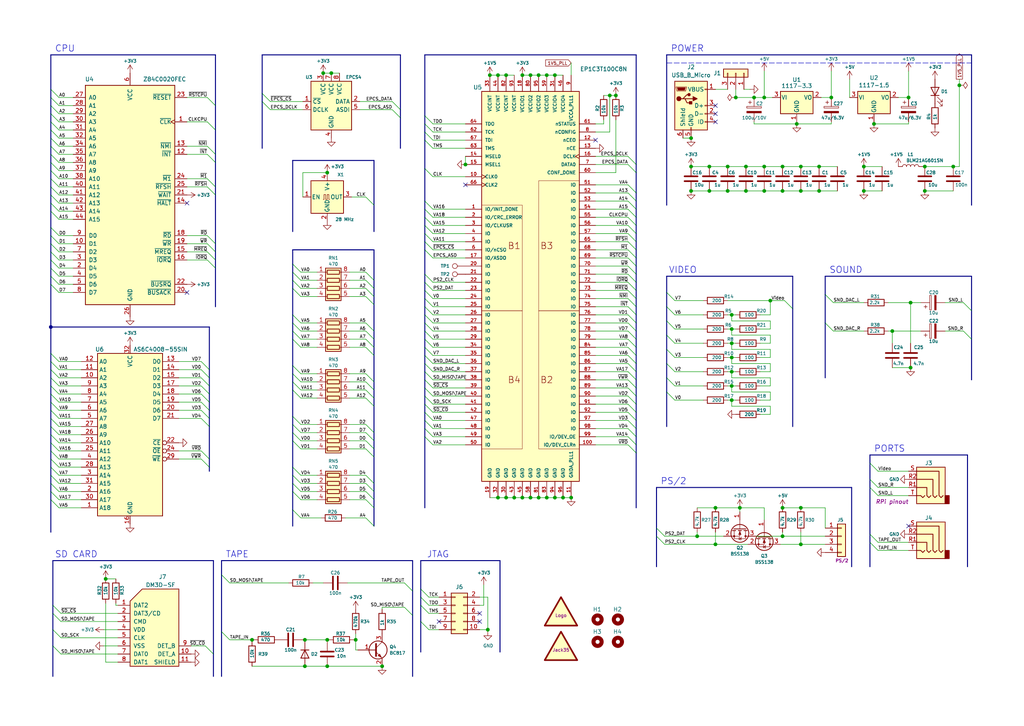
<source format=kicad_sch>
(kicad_sch (version 20211123) (generator eeschema)
  (paper "User" 319.938 226.974)
  (title_block (title "ZX-SIZIF-XXS (Zero)") (date "2021-11-20") (rev "A") (company "Eugene Lozovoy") (comment 4 "Very small ZX Spectrum clone") (comment 5 "Version in Zero form factor"))
  (lib_symbols
    (symbol "BSS138_1" (pin_names hide)
      (property "Reference" "Q" (at 5.08 1.905 0))
      (property "Value" "BSS138_1" (at 5.08 0 0))
      (symbol "BSS138_1_1_1"
        (pin input line (at -5.08 0 0) (length 2.54) (name "G") (number "1"))
        (pin passive line (at 2.54 -5.08 90) (length 2.54) (name "S") (number "2"))
        (pin passive line (at 2.54 5.08 270) (length 2.54) (name "D") (number "3"))
      )
    )
    (symbol "Connector:AudioJack4"
      (property "Reference" "J" (at 0 8.89 0))
      (property "Value" "AudioJack4" (at 0 6.35 0))
      (symbol "AudioJack4_1_1"
        (pin passive line (at 5.08 -2.54 180) (length 2.54) (name "~") (number "R1"))
        (pin passive line (at 5.08 0 180) (length 2.54) (name "~") (number "R2"))
        (pin passive line (at 5.08 2.54 180) (length 2.54) (name "~") (number "S"))
        (pin passive line (at 5.08 -5.08 180) (length 2.54) (name "~") (number "T"))
      )
    )
    (symbol "Connector:TestPoint" (pin_numbers hide) (pin_names (offset 0.762) hide)
      (property "Reference" "TP" (at 0 6.858 0))
      (property "Value" "TestPoint" (at 0 5.08 0))
      (symbol "TestPoint_1_1"
        (pin passive line (at 0 0 90) (length 2.54) (name "1") (number "1"))
      )
    )
    (symbol "Connector:USB_B_Micro" (pin_names (offset 1.016))
      (property "Reference" "J" (at -5.08 11.43 0))
      (property "Value" "USB_B_Micro" (at -5.08 8.89 0))
      (symbol "USB_B_Micro_1_1"
        (pin power_out line (at 7.62 5.08 180) (length 2.54) (name "VBUS") (number "1"))
        (pin bidirectional line (at 7.62 -2.54 180) (length 2.54) (name "D-") (number "2"))
        (pin bidirectional line (at 7.62 0 180) (length 2.54) (name "D+") (number "3"))
        (pin passive line (at 7.62 -5.08 180) (length 2.54) (name "ID") (number "4"))
        (pin power_out line (at 0 -10.16 90) (length 2.54) (name "GND") (number "5"))
        (pin passive line (at -2.54 -10.16 90) (length 2.54) (name "Shield") (number "6"))
      )
    )
    (symbol "Connector_Generic:Conn_01x03" (pin_names (offset 1.016) hide)
      (property "Reference" "J" (at 0 5.08 0))
      (property "Value" "Conn_01x03" (at 0 -5.08 0))
      (symbol "Conn_01x03_1_1"
        (pin passive line (at -5.08 2.54 0) (length 3.81) (name "Pin_1") (number "1"))
        (pin passive line (at -5.08 0 0) (length 3.81) (name "Pin_2") (number "2"))
        (pin passive line (at -5.08 -2.54 0) (length 3.81) (name "Pin_3") (number "3"))
      )
    )
    (symbol "Connector_Generic:Conn_01x04" (pin_names (offset 1.016) hide)
      (property "Reference" "J" (at 0 5.08 0))
      (property "Value" "Conn_01x04" (at 0 -7.62 0))
      (symbol "Conn_01x04_1_1"
        (pin passive line (at -5.08 2.54 0) (length 3.81) (name "Pin_1") (number "1"))
        (pin passive line (at -5.08 0 0) (length 3.81) (name "Pin_2") (number "2"))
        (pin passive line (at -5.08 -2.54 0) (length 3.81) (name "Pin_3") (number "3"))
        (pin passive line (at -5.08 -5.08 0) (length 3.81) (name "Pin_4") (number "4"))
      )
    )
    (symbol "Connector_Generic:Conn_02x05_Odd_Even" (pin_names (offset 1.016) hide)
      (property "Reference" "J" (at 1.27 7.62 0))
      (property "Value" "Conn_02x05_Odd_Even" (at 1.27 -7.62 0))
      (symbol "Conn_02x05_Odd_Even_1_1"
        (pin passive line (at -5.08 5.08 0) (length 3.81) (name "Pin_1") (number "1"))
        (pin passive line (at 7.62 -5.08 180) (length 3.81) (name "Pin_10") (number "10"))
        (pin passive line (at 7.62 5.08 180) (length 3.81) (name "Pin_2") (number "2"))
        (pin passive line (at -5.08 2.54 0) (length 3.81) (name "Pin_3") (number "3"))
        (pin passive line (at 7.62 2.54 180) (length 3.81) (name "Pin_4") (number "4"))
        (pin passive line (at -5.08 0 0) (length 3.81) (name "Pin_5") (number "5"))
        (pin passive line (at 7.62 0 180) (length 3.81) (name "Pin_6") (number "6"))
        (pin passive line (at -5.08 -2.54 0) (length 3.81) (name "Pin_7") (number "7"))
        (pin passive line (at 7.62 -2.54 180) (length 3.81) (name "Pin_8") (number "8"))
        (pin passive line (at -5.08 -5.08 0) (length 3.81) (name "Pin_9") (number "9"))
      )
    )
    (symbol "Device:C" (pin_numbers hide) (pin_names (offset 0.254))
      (property "Reference" "C" (at 0.635 2.54 0))
      (property "Value" "C" (at 0.635 -2.54 0))
      (symbol "C_1_1"
        (pin passive line (at 0 3.81 270) (length 2.794) (name "~") (number "1"))
        (pin passive line (at 0 -3.81 90) (length 2.794) (name "~") (number "2"))
      )
    )
    (symbol "Device:C_Polarized" (pin_numbers hide) (pin_names (offset 0.254))
      (property "Reference" "C" (at 0.635 2.54 0))
      (property "Value" "C_Polarized" (at 0.635 -2.54 0))
      (symbol "C_Polarized_1_1"
        (pin passive line (at 0 3.81 270) (length 2.794) (name "~") (number "1"))
        (pin passive line (at 0 -3.81 90) (length 2.794) (name "~") (number "2"))
      )
    )
    (symbol "Device:D" (pin_numbers hide) (pin_names (offset 1.016) hide)
      (property "Reference" "D" (at 0 2.54 0))
      (property "Value" "D" (at 0 -2.54 0))
      (symbol "D_1_1"
        (pin passive line (at -3.81 0 0) (length 2.54) (name "K") (number "1"))
        (pin passive line (at 3.81 0 180) (length 2.54) (name "A") (number "2"))
      )
    )
    (symbol "Device:L" (pin_numbers hide) (pin_names (offset 1.016) hide)
      (property "Reference" "L" (at -1.27 0 90))
      (property "Value" "L" (at 1.905 0 90))
      (symbol "L_1_1"
        (pin passive line (at 0 3.81 270) (length 1.27) (name "1") (number "1"))
        (pin passive line (at 0 -3.81 90) (length 1.27) (name "2") (number "2"))
      )
    )
    (symbol "Device:LED" (pin_numbers hide) (pin_names (offset 1.016) hide)
      (property "Reference" "D" (at 0 2.54 0))
      (property "Value" "LED" (at 0 -2.54 0))
      (symbol "LED_1_1"
        (pin passive line (at -3.81 0 0) (length 2.54) (name "K") (number "1"))
        (pin passive line (at 3.81 0 180) (length 2.54) (name "A") (number "2"))
      )
    )
    (symbol "Device:R" (pin_numbers hide) (pin_names (offset 0))
      (property "Reference" "R" (at 2.032 0 90))
      (property "Value" "R" (at 0 0 90))
      (symbol "R_1_1"
        (pin passive line (at 0 3.81 270) (length 1.27) (name "~") (number "1"))
        (pin passive line (at 0 -3.81 90) (length 1.27) (name "~") (number "2"))
      )
    )
    (symbol "Device:R_Pack04" (pin_names (offset 0) hide)
      (property "Reference" "RN" (at -7.62 0 90))
      (property "Value" "R_Pack04" (at 5.08 0 90))
      (symbol "R_Pack04_1_1"
        (pin passive line (at -5.08 -5.08 90) (length 2.54) (name "R1.1") (number "1"))
        (pin passive line (at -2.54 -5.08 90) (length 2.54) (name "R2.1") (number "2"))
        (pin passive line (at 0 -5.08 90) (length 2.54) (name "R3.1") (number "3"))
        (pin passive line (at 2.54 -5.08 90) (length 2.54) (name "R4.1") (number "4"))
        (pin passive line (at 2.54 5.08 270) (length 2.54) (name "R4.2") (number "5"))
        (pin passive line (at 0 5.08 270) (length 2.54) (name "R3.2") (number "6"))
        (pin passive line (at -2.54 5.08 270) (length 2.54) (name "R2.2") (number "7"))
        (pin passive line (at -5.08 5.08 270) (length 2.54) (name "R1.2") (number "8"))
      )
    )
    (symbol "Mechanical:MountingHole" (pin_names (offset 1.016))
      (property "Reference" "H" (at 0 5.08 0))
      (property "Value" "MountingHole" (at 0 3.175 0))
    )
    (symbol "Oscillator:XO91" (pin_names (offset 0.254))
      (property "Reference" "X" (at -5.08 6.35 0))
      (property "Value" "XO91" (at 1.27 -6.35 0))
      (symbol "XO91_1_1"
        (pin input line (at -7.62 0 0) (length 2.54) (name "EN") (number "1"))
        (pin power_in line (at 0 -7.62 90) (length 2.54) (name "GND") (number "2"))
        (pin output line (at 7.62 0 180) (length 2.54) (name "OUT") (number "3"))
        (pin power_in line (at 0 7.62 270) (length 2.54) (name "V+") (number "4"))
      )
    )
    (symbol "Regulator_Linear:AMS1117-3.3" (pin_names (offset 0.254))
      (property "Reference" "U" (at -3.81 3.175 0))
      (property "Value" "AMS1117-3.3" (at 0 3.175 0))
      (symbol "AMS1117-3.3_1_1"
        (pin power_in line (at 0 -7.62 90) (length 2.54) (name "GND") (number "1"))
        (pin power_out line (at 7.62 0 180) (length 2.54) (name "VO") (number "2"))
        (pin power_in line (at -7.62 0 0) (length 2.54) (name "VI") (number "3"))
      )
    )
    (symbol "Regulator_Linear:AZ1117-1.5" (pin_names (offset 0.254))
      (property "Reference" "U" (at -3.81 3.175 0))
      (property "Value" "AZ1117-1.5" (at 0 3.175 0))
      (symbol "AZ1117-1.5_1_1"
        (pin power_in line (at 0 -7.62 90) (length 2.54) (name "GND") (number "1"))
        (pin power_out line (at 7.62 0 180) (length 2.54) (name "VO") (number "2"))
        (pin power_in line (at -7.62 0 0) (length 2.54) (name "VI") (number "3"))
      )
    )
    (symbol "Transistor_BJT:BC817" (pin_names (offset 0) hide)
      (property "Reference" "Q" (at 5.08 1.905 0))
      (property "Value" "BC817" (at 5.08 0 0))
      (symbol "BC817_1_1"
        (pin input line (at -5.08 0 0) (length 5.715) (name "B") (number "1"))
        (pin passive line (at 2.54 -5.08 90) (length 2.54) (name "E") (number "2"))
        (pin passive line (at 2.54 5.08 270) (length 2.54) (name "C") (number "3"))
      )
    )
    (symbol "Transistor_FET:BSS138" (pin_names hide)
      (property "Reference" "Q" (at 5.08 1.905 0))
      (property "Value" "BSS138" (at 5.08 0 0))
      (symbol "BSS138_1_1"
        (pin input line (at -5.08 0 0) (length 2.54) (name "G") (number "1"))
        (pin passive line (at 2.54 -5.08 90) (length 2.54) (name "S") (number "2"))
        (pin passive line (at 2.54 5.08 270) (length 2.54) (name "D") (number "3"))
      )
    )
    (symbol "my:AS6C4008"
      (property "Reference" "U" (at -10.16 26.035 0))
      (property "Value" "AS6C4008" (at 2.54 26.035 0))
      (symbol "AS6C4008_0_0"
        (pin power_in line (at 0 -27.94 90) (length 2.54) (name "GND") (number "16"))
        (pin power_in line (at 0 27.94 270) (length 2.54) (name "VCC") (number "32"))
      )
      (symbol "AS6C4008_1_1"
        (pin input line (at -15.24 -22.86 0) (length 5.08) (name "A18") (number "1"))
        (pin input line (at -15.24 17.78 0) (length 5.08) (name "A2") (number "10"))
        (pin input line (at -15.24 20.32 0) (length 5.08) (name "A1") (number "11"))
        (pin input line (at -15.24 22.86 0) (length 5.08) (name "A0") (number "12"))
        (pin tri_state line (at 15.24 22.86 180) (length 5.08) (name "D0") (number "13"))
        (pin tri_state line (at 15.24 20.32 180) (length 5.08) (name "D1") (number "14"))
        (pin tri_state line (at 15.24 17.78 180) (length 5.08) (name "D2") (number "15"))
        (pin tri_state line (at 15.24 15.24 180) (length 5.08) (name "D3") (number "17"))
        (pin tri_state line (at 15.24 12.7 180) (length 5.08) (name "D4") (number "18"))
        (pin tri_state line (at 15.24 10.16 180) (length 5.08) (name "D5") (number "19"))
        (pin input line (at -15.24 -17.78 0) (length 5.08) (name "A16") (number "2"))
        (pin tri_state line (at 15.24 7.62 180) (length 5.08) (name "D6") (number "20"))
        (pin tri_state line (at 15.24 5.08 180) (length 5.08) (name "D7") (number "21"))
        (pin input inverted (at 15.24 -2.54 180) (length 5.08) (name "~{CE}") (number "22"))
        (pin input line (at -15.24 -2.54 0) (length 5.08) (name "A10") (number "23"))
        (pin input inverted (at 15.24 -5.08 180) (length 5.08) (name "~{OE}") (number "24"))
        (pin input line (at -15.24 -5.08 0) (length 5.08) (name "A11") (number "25"))
        (pin input line (at -15.24 0 0) (length 5.08) (name "A9") (number "26"))
        (pin input line (at -15.24 2.54 0) (length 5.08) (name "A8") (number "27"))
        (pin input line (at -15.24 -10.16 0) (length 5.08) (name "A13") (number "28"))
        (pin input inverted (at 15.24 -7.62 180) (length 5.08) (name "~{WE}") (number "29"))
        (pin input line (at -15.24 -12.7 0) (length 5.08) (name "A14") (number "3"))
        (pin input line (at -15.24 -20.32 0) (length 5.08) (name "A17") (number "30"))
        (pin input line (at -15.24 -15.24 0) (length 5.08) (name "A15") (number "31"))
        (pin input line (at -15.24 -7.62 0) (length 5.08) (name "A12") (number "4"))
        (pin input line (at -15.24 5.08 0) (length 5.08) (name "A7") (number "5"))
        (pin input line (at -15.24 7.62 0) (length 5.08) (name "A6") (number "6"))
        (pin input line (at -15.24 10.16 0) (length 5.08) (name "A5") (number "7"))
        (pin input line (at -15.24 12.7 0) (length 5.08) (name "A4") (number "8"))
        (pin input line (at -15.24 15.24 0) (length 5.08) (name "A3") (number "9"))
      )
    )
    (symbol "my:EP1C3T100" (pin_names (offset 1.016))
      (property "Reference" "U" (at -20.32 60.96 0))
      (property "Value" "EP1C3T100" (at 16.51 60.96 0))
      (symbol "EP1C3T100_0_0"
        (text "B1" (at -5.08 12.7 0) (effects (font (size 2.0066 2.0066))))
        (pin bidirectional line (at -20.32 24.13 0) (length 5.08) (name "IO/INIT_DONE") (number "1"))
        (pin input clock (at -20.32 34.29 0) (length 5.08) (name "CLK0") (number "10"))
        (pin bidirectional line (at 20.32 -49.53 180) (length 5.08) (name "IO/DEV_CLRn") (number "100"))
        (pin power_in line (at 12.7 -66.04 90) (length 5.08) (name "GNDA_PLL1") (number "11"))
        (pin output line (at 20.32 45.72 180) (length 5.08) (name "nCEO") (number "12"))
        (pin input line (at 20.32 43.18 180) (length 5.08) (name "nCE") (number "13"))
        (pin input line (at -20.32 40.64 0) (length 5.08) (name "MSEL0") (number "14"))
        (pin input line (at -20.32 38.1 0) (length 5.08) (name "MSEL1") (number "15"))
        (pin bidirectional clock (at 20.32 40.64 180) (length 5.08) (name "DCLK") (number "16"))
        (pin bidirectional line (at -20.32 8.89 0) (length 5.08) (name "IO/ASDO") (number "17"))
        (pin power_in line (at -2.54 66.04 270) (length 5.08) (name "VCCIO1") (number "18"))
        (pin power_in line (at -12.7 -66.04 90) (length 5.08) (name "GND") (number "19"))
        (pin bidirectional line (at -20.32 21.59 0) (length 5.08) (name "IO/CRC_ERROR") (number "2"))
        (pin bidirectional line (at -20.32 6.35 0) (length 5.08) (name "IO") (number "20"))
        (pin bidirectional line (at -20.32 3.81 0) (length 5.08) (name "IO") (number "21"))
        (pin bidirectional line (at -20.32 1.27 0) (length 5.08) (name "IO") (number "22"))
        (pin bidirectional line (at -20.32 -1.27 0) (length 5.08) (name "IO") (number "23"))
        (pin bidirectional line (at -20.32 -3.81 0) (length 5.08) (name "IO") (number "24"))
        (pin bidirectional line (at -20.32 -6.35 0) (length 5.08) (name "IO") (number "25"))
        (pin bidirectional line (at -20.32 -8.89 0) (length 5.08) (name "IO") (number "26"))
        (pin bidirectional line (at -20.32 -11.43 0) (length 5.08) (name "IO") (number "27"))
        (pin bidirectional line (at -20.32 -13.97 0) (length 5.08) (name "IO") (number "28"))
        (pin bidirectional line (at -20.32 -16.51 0) (length 5.08) (name "IO") (number "29"))
        (pin bidirectional line (at -20.32 19.05 0) (length 5.08) (name "IO/CLKUSR") (number "3"))
        (pin power_in line (at -7.62 -66.04 90) (length 5.08) (name "GND") (number "30"))
        (pin power_in line (at 7.62 66.04 270) (length 5.08) (name "VCCIO4") (number "31"))
        (pin power_in line (at -10.16 -66.04 90) (length 5.08) (name "GND") (number "32"))
        (pin power_in line (at -12.7 66.04 270) (length 5.08) (name "VCCINT") (number "33"))
        (pin bidirectional line (at -20.32 -19.05 0) (length 5.08) (name "IO") (number "34"))
        (pin bidirectional line (at -20.32 -21.59 0) (length 5.08) (name "IO") (number "35"))
        (pin bidirectional line (at -20.32 -24.13 0) (length 5.08) (name "IO") (number "36"))
        (pin bidirectional line (at -20.32 -26.67 0) (length 5.08) (name "IO") (number "37"))
        (pin bidirectional line (at -20.32 -29.21 0) (length 5.08) (name "IO") (number "38"))
        (pin bidirectional line (at -20.32 -31.75 0) (length 5.08) (name "IO") (number "39"))
        (pin bidirectional line (at -20.32 16.51 0) (length 5.08) (name "IO") (number "4"))
        (pin bidirectional line (at -20.32 -34.29 0) (length 5.08) (name "IO") (number "40"))
        (pin bidirectional line (at -20.32 -36.83 0) (length 5.08) (name "IO") (number "41"))
        (pin bidirectional line (at -20.32 -39.37 0) (length 5.08) (name "IO") (number "42"))
        (pin power_in line (at -5.08 -66.04 90) (length 5.08) (name "GND") (number "43"))
        (pin power_in line (at -10.16 66.04 270) (length 5.08) (name "VCCINT") (number "44"))
        (pin power_in line (at -2.54 -66.04 90) (length 5.08) (name "GND") (number "45"))
        (pin power_in line (at 10.16 66.04 270) (length 5.08) (name "VCCIO4") (number "46"))
        (pin bidirectional line (at -20.32 -41.91 0) (length 5.08) (name "IO") (number "47"))
        (pin bidirectional line (at -20.32 -44.45 0) (length 5.08) (name "IO") (number "48"))
        (pin bidirectional line (at -20.32 -46.99 0) (length 5.08) (name "IO") (number "49"))
        (pin bidirectional line (at -20.32 13.97 0) (length 5.08) (name "IO") (number "5"))
        (pin bidirectional line (at -20.32 -49.53 0) (length 5.08) (name "IO") (number "50"))
        (pin bidirectional line (at 20.32 31.75 180) (length 5.08) (name "IO") (number "51"))
        (pin bidirectional line (at 20.32 29.21 180) (length 5.08) (name "IO") (number "52"))
        (pin bidirectional line (at 20.32 26.67 180) (length 5.08) (name "IO") (number "53"))
        (pin bidirectional line (at 20.32 24.13 180) (length 5.08) (name "IO") (number "54"))
        (pin bidirectional line (at 20.32 21.59 180) (length 5.08) (name "IO") (number "55"))
        (pin bidirectional line (at 20.32 19.05 180) (length 5.08) (name "IO") (number "56"))
        (pin bidirectional line (at 20.32 16.51 180) (length 5.08) (name "IO") (number "57"))
        (pin power_in line (at 0 -66.04 90) (length 5.08) (name "GND") (number "58"))
        (pin power_in line (at 5.08 66.04 270) (length 5.08) (name "VCCIO3") (number "59"))
        (pin bidirectional line (at -20.32 11.43 0) (length 5.08) (name "IO/nCSO") (number "6"))
        (pin bidirectional line (at 20.32 35.56 180) (length 5.08) (name "CONF_DONE") (number "60"))
        (pin bidirectional line (at 20.32 50.8 180) (length 5.08) (name "nSTATUS") (number "61"))
        (pin input line (at -20.32 48.26 0) (length 5.08) (name "TCK") (number "62"))
        (pin input line (at -20.32 43.18 0) (length 5.08) (name "TMS") (number "63"))
        (pin output line (at -20.32 50.8 0) (length 5.08) (name "TDO") (number "64"))
        (pin bidirectional line (at 20.32 13.97 180) (length 5.08) (name "IO") (number "65"))
        (pin input clock (at -20.32 31.75 0) (length 5.08) (name "CLK2") (number "66"))
        (pin input line (at -20.32 45.72 0) (length 5.08) (name "TDI") (number "67"))
        (pin bidirectional line (at 20.32 11.43 180) (length 5.08) (name "IO") (number "68"))
        (pin bidirectional line (at 20.32 8.89 180) (length 5.08) (name "IO") (number "69"))
        (pin input line (at 20.32 38.1 180) (length 5.08) (name "DATA0") (number "7"))
        (pin bidirectional line (at 20.32 6.35 180) (length 5.08) (name "IO") (number "70"))
        (pin bidirectional line (at 20.32 3.81 180) (length 5.08) (name "IO") (number "71"))
        (pin bidirectional line (at 20.32 1.27 180) (length 5.08) (name "IO") (number "72"))
        (pin bidirectional line (at 20.32 -1.27 180) (length 5.08) (name "IO") (number "73"))
        (pin bidirectional line (at 20.32 -3.81 180) (length 5.08) (name "IO") (number "74"))
        (pin bidirectional line (at 20.32 -6.35 180) (length 5.08) (name "IO") (number "75"))
        (pin bidirectional line (at 20.32 -8.89 180) (length 5.08) (name "IO") (number "76"))
        (pin bidirectional line (at 20.32 -11.43 180) (length 5.08) (name "IO") (number "77"))
        (pin bidirectional line (at 20.32 -13.97 180) (length 5.08) (name "IO") (number "78"))
        (pin bidirectional line (at 20.32 -16.51 180) (length 5.08) (name "IO") (number "79"))
        (pin input line (at 20.32 48.26 180) (length 5.08) (name "nCONFIG") (number "8"))
        (pin power_in line (at 0 66.04 270) (length 5.08) (name "VCCIO2") (number "80"))
        (pin power_in line (at 2.54 -66.04 90) (length 5.08) (name "GND") (number "81"))
        (pin power_in line (at -7.62 66.04 270) (length 5.08) (name "VCCINT") (number "82"))
        (pin power_in line (at 5.08 -66.04 90) (length 5.08) (name "GND") (number "83"))
        (pin bidirectional line (at 20.32 -19.05 180) (length 5.08) (name "IO") (number "84"))
        (pin bidirectional line (at 20.32 -21.59 180) (length 5.08) (name "IO") (number "85"))
        (pin bidirectional line (at 20.32 -24.13 180) (length 5.08) (name "IO") (number "86"))
        (pin bidirectional line (at 20.32 -26.67 180) (length 5.08) (name "IO") (number "87"))
        (pin bidirectional line (at 20.32 -29.21 180) (length 5.08) (name "IO") (number "88"))
        (pin bidirectional line (at 20.32 -31.75 180) (length 5.08) (name "IO") (number "89"))
        (pin power_in line (at 12.7 66.04 270) (length 5.08) (name "VCCA_PLL1") (number "9"))
        (pin bidirectional line (at 20.32 -34.29 180) (length 5.08) (name "IO") (number "90"))
        (pin bidirectional line (at 20.32 -36.83 180) (length 5.08) (name "IO") (number "91"))
        (pin bidirectional line (at 20.32 -39.37 180) (length 5.08) (name "IO") (number "92"))
        (pin power_in line (at -5.08 66.04 270) (length 5.08) (name "VCCINT") (number "93"))
        (pin power_in line (at 7.62 -66.04 90) (length 5.08) (name "GND") (number "94"))
        (pin power_in line (at 2.54 66.04 270) (length 5.08) (name "VCCIO2") (number "95"))
        (pin power_in line (at 10.16 -66.04 90) (length 5.08) (name "GND") (number "96"))
        (pin bidirectional line (at 20.32 -41.91 180) (length 5.08) (name "IO") (number "97"))
        (pin bidirectional line (at 20.32 -44.45 180) (length 5.08) (name "IO") (number "98"))
        (pin bidirectional line (at 20.32 -46.99 180) (length 5.08) (name "IO/DEV_OE") (number "99"))
      )
      (symbol "EP1C3T100_1_1"
        (text "B2" (at 5.08 -29.21 0) (effects (font (size 2.0066 2.0066))))
        (text "B3" (at 5.08 12.7 0) (effects (font (size 2.0066 2.0066))))
        (text "B4" (at -5.08 -29.21 0) (effects (font (size 2.0066 2.0066))))
      )
    )
    (symbol "my:EPCS4"
      (property "Reference" "U" (at -8.89 6.35 0))
      (property "Value" "EPCS4" (at 7.62 6.35 0))
      (symbol "EPCS4_1_1"
        (pin input line (at -8.89 1.27 0) (length 2.54) (name "~{CS}") (number "1"))
        (pin tri_state line (at 8.89 1.27 180) (length 2.54) (name "DATA") (number "2"))
        (pin input line (at -2.54 10.16 270) (length 2.54) (name "VCC") (number "3"))
        (pin power_in line (at 0 -10.16 90) (length 2.54) (name "GND") (number "4"))
        (pin input line (at 8.89 -1.27 180) (length 2.54) (name "ASDI") (number "5"))
        (pin input line (at -8.89 -1.27 0) (length 2.54) (name "DCLK") (number "6"))
        (pin input line (at 0 10.16 270) (length 2.54) (name "VCC") (number "7"))
        (pin power_in line (at 2.54 10.16 270) (length 2.54) (name "VCC") (number "8"))
      )
    )
    (symbol "my:Micro_SD_Card_Det" (pin_names (offset 1.016))
      (property "Reference" "J" (at -12.7 15.24 0))
      (property "Value" "Micro_SD_Card_Det" (at 10.16 15.24 0))
      (symbol "Micro_SD_Card_Det_1_1"
        (pin bidirectional line (at -11.43 7.62 0) (length 3.81) (name "DAT2") (number "1"))
        (pin passive line (at 11.43 -7.62 180) (length 3.81) (name "DET_A") (number "10"))
        (pin passive line (at 11.43 -10.16 180) (length 3.81) (name "SHIELD") (number "11"))
        (pin bidirectional line (at -11.43 5.08 0) (length 3.81) (name "DAT3/CD") (number "2"))
        (pin input line (at -11.43 2.54 0) (length 3.81) (name "CMD") (number "3"))
        (pin power_in line (at -11.43 0 0) (length 3.81) (name "VDD") (number "4"))
        (pin input line (at -11.43 -2.54 0) (length 3.81) (name "CLK") (number "5"))
        (pin power_in line (at -11.43 -5.08 0) (length 3.81) (name "VSS") (number "6"))
        (pin bidirectional line (at -11.43 -7.62 0) (length 3.81) (name "DAT0") (number "7"))
        (pin bidirectional line (at -11.43 -10.16 0) (length 3.81) (name "DAT1") (number "8"))
        (pin passive line (at 11.43 -5.08 180) (length 3.81) (name "DET_B") (number "9"))
      )
    )
    (symbol "my:Z80CPU_QFP" (pin_names (offset 1.016))
      (property "Reference" "U" (at -13.97 35.56 0))
      (property "Value" "Z80CPU_QFP" (at 6.35 35.56 0))
      (symbol "Z80CPU_QFP_1_1"
        (pin input clock (at -17.78 22.86 0) (length 3.81) (name "~{CLK}") (number "1"))
        (pin bidirectional line (at 17.78 -15.24 180) (length 3.81) (name "D1") (number "10"))
        (pin no_connect line (at 2.54 -38.1 90) (length 3.81) hide (name "NC") (number "11"))
        (pin input line (at -17.78 12.7 0) (length 3.81) (name "~{INT}") (number "12"))
        (pin input line (at -17.78 15.24 0) (length 3.81) (name "~{NMI}") (number "13"))
        (pin output line (at -17.78 -2.54 0) (length 3.81) (name "~{HALT}") (number "14"))
        (pin output line (at -17.78 -17.78 0) (length 3.81) (name "~{MREQ}") (number "15"))
        (pin output line (at -17.78 -20.32 0) (length 3.81) (name "~{IORQ}") (number "16"))
        (pin no_connect line (at 5.08 -38.1 90) (length 3.81) hide (name "NC") (number "17"))
        (pin output line (at -17.78 -12.7 0) (length 3.81) (name "~{RD}") (number "18"))
        (pin output line (at -17.78 -15.24 0) (length 3.81) (name "~{WR}") (number "19"))
        (pin bidirectional line (at 17.78 -22.86 180) (length 3.81) (name "D4") (number "2"))
        (pin output line (at -17.78 -30.48 0) (length 3.81) (name "~{BUSACK}") (number "20"))
        (pin input line (at -17.78 0 0) (length 3.81) (name "~{WAIT}") (number "21"))
        (pin input line (at -17.78 -27.94 0) (length 3.81) (name "~{BUSRQ}") (number "22"))
        (pin input line (at -17.78 30.48 0) (length 3.81) (name "~{RESET}") (number "23"))
        (pin output line (at -17.78 5.08 0) (length 3.81) (name "~{M1}") (number "24"))
        (pin output line (at -17.78 2.54 0) (length 3.81) (name "~{RFSH}") (number "25"))
        (pin power_in line (at 0 -38.1 90) (length 3.81) (name "GND") (number "26"))
        (pin output line (at 17.78 30.48 180) (length 3.81) (name "A0") (number "27"))
        (pin output line (at 17.78 27.94 180) (length 3.81) (name "A1") (number "28"))
        (pin output line (at 17.78 25.4 180) (length 3.81) (name "A2") (number "29"))
        (pin bidirectional line (at 17.78 -20.32 180) (length 3.81) (name "D3") (number "3"))
        (pin output line (at 17.78 22.86 180) (length 3.81) (name "A3") (number "30"))
        (pin output line (at 17.78 20.32 180) (length 3.81) (name "A4") (number "31"))
        (pin output line (at 17.78 17.78 180) (length 3.81) (name "A5") (number "32"))
        (pin no_connect line (at 7.62 -38.1 90) (length 3.81) hide (name "NC") (number "33"))
        (pin output line (at 17.78 15.24 180) (length 3.81) (name "A6") (number "34"))
        (pin output line (at 17.78 12.7 180) (length 3.81) (name "A7") (number "35"))
        (pin output line (at 17.78 10.16 180) (length 3.81) (name "A8") (number "36"))
        (pin output line (at 17.78 7.62 180) (length 3.81) (name "A9") (number "37"))
        (pin output line (at 17.78 5.08 180) (length 3.81) (name "A10") (number "38"))
        (pin no_connect line (at 10.16 -38.1 90) (length 3.81) hide (name "NC") (number "39"))
        (pin bidirectional line (at 17.78 -25.4 180) (length 3.81) (name "D5") (number "4"))
        (pin output line (at 17.78 2.54 180) (length 3.81) (name "A11") (number "40"))
        (pin output line (at 17.78 0 180) (length 3.81) (name "A12") (number "41"))
        (pin output line (at 17.78 -2.54 180) (length 3.81) (name "A13") (number "42"))
        (pin output line (at 17.78 -5.08 180) (length 3.81) (name "A14") (number "43"))
        (pin output line (at 17.78 -7.62 180) (length 3.81) (name "A15") (number "44"))
        (pin bidirectional line (at 17.78 -27.94 180) (length 3.81) (name "D6") (number "5"))
        (pin power_in line (at 0 38.1 270) (length 3.81) (name "VCC") (number "6"))
        (pin bidirectional line (at 17.78 -17.78 180) (length 3.81) (name "D2") (number "7"))
        (pin bidirectional line (at 17.78 -30.48 180) (length 3.81) (name "D7") (number "8"))
        (pin bidirectional line (at 17.78 -12.7 180) (length 3.81) (name "D0") (number "9"))
      )
    )
    (symbol "my:logo" (pin_names (offset 1.016) hide))
    (symbol "power:+1V5" (power) (pin_names (offset 0))
      (property "Value" "+1V5" (at 0 3.556 0))
      (symbol "+1V5_1_1"
        (pin power_in line (at 0 0 90) (length 0) hide (name "+1V5") (number "1"))
      )
    )
    (symbol "power:+3.3V" (power) (pin_names (offset 0))
      (property "Value" "+3.3V" (at 0 3.556 0))
      (symbol "+3.3V_1_1"
        (pin power_in line (at 0 0 90) (length 0) hide (name "+3V3") (number "1"))
      )
    )
    (symbol "power:+3V3" (power) (pin_names (offset 0))
      (property "Value" "+3V3" (at 0 3.556 0))
      (symbol "+3V3_1_1"
        (pin power_in line (at 0 0 90) (length 0) hide (name "+3V3") (number "1"))
      )
    )
    (symbol "power:+5V" (power) (pin_names (offset 0))
      (property "Value" "+5V" (at 0 3.556 0))
      (symbol "+5V_1_1"
        (pin power_in line (at 0 0 90) (length 0) hide (name "+5V") (number "1"))
      )
    )
    (symbol "power:GND" (power) (pin_names (offset 0))
      (property "Value" "GND" (at 0 -3.81 0))
      (symbol "GND_1_1"
        (pin power_in line (at 0 0 270) (length 0) hide (name "GND") (number "1"))
      )
    )
    (symbol "power:PWR_FLAG" (power) (pin_numbers hide) (pin_names (offset 0) hide)
      (property "Value" "PWR_FLAG" (at 0 3.81 0))
      (symbol "PWR_FLAG_0_0"
        (pin power_out line (at 0 0 90) (length 0) (name "pwr") (number "1"))
      )
    )
  )
  (junction (at 228.6 102.87) (diameter 1.016))
  (junction (at 103.505 22.86) (diameter 1.016))
  (junction (at 227.33 52.07) (diameter 1.016))
  (junction (at 244.475 59.69) (diameter 1.016))
  (junction (at 228.6 125.095) (diameter 1.016))
  (junction (at 244.475 158.75) (diameter 1.016))
  (junction (at 238.76 30.48) (diameter 1.016))
  (junction (at 160.655 155.575) (diameter 1.016))
  (junction (at 15.875 102.235) (diameter 1.016))
  (junction (at 227.33 59.69) (diameter 1.016))
  (junction (at 168.275 23.495) (diameter 1.016))
  (junction (at 100.965 22.86) (diameter 1.016))
  (junction (at 228.6 120.65) (diameter 1.016))
  (junction (at 223.52 158.75) (diameter 1.016))
  (junction (at 250.19 59.69) (diameter 1.016))
  (junction (at 95.25 200.025) (diameter 1.016))
  (junction (at 165.735 23.495) (diameter 1.016))
  (junction (at 238.76 59.69) (diameter 1.016))
  (junction (at 178.435 155.575) (diameter 1.016))
  (junction (at 233.045 59.69) (diameter 1.016))
  (junction (at 33.02 180.975) (diameter 1.016))
  (junction (at 221.615 59.69) (diameter 1.016))
  (junction (at 158.115 155.575) (diameter 1.016))
  (junction (at 288.925 52.07) (diameter 1.016))
  (junction (at 215.9 52.07) (diameter 1.016))
  (junction (at 153.035 23.495) (diameter 1.016))
  (junction (at 283.845 30.48) (diameter 1.016))
  (junction (at 228.6 107.315) (diameter 1.016))
  (junction (at 155.575 23.495) (diameter 1.016))
  (junction (at 248.92 38.735) (diameter 1.016))
  (junction (at 259.715 30.48) (diameter 1.016))
  (junction (at 299.72 26.67) (diameter 1.016))
  (junction (at 215.9 59.69) (diameter 1.016))
  (junction (at 235.585 30.48) (diameter 1.016))
  (junction (at 229.87 30.48) (diameter 1.016))
  (junction (at 192.405 29.845) (diameter 1.016))
  (junction (at 273.05 38.735) (diameter 1.016))
  (junction (at 102.235 208.28) (diameter 1.016))
  (junction (at 228.6 111.76) (diameter 1.016))
  (junction (at 168.275 155.575) (diameter 1.016))
  (junction (at 145.415 51.435) (diameter 1.016))
  (junction (at 278.765 103.505) (diameter 1.016))
  (junction (at 244.475 167.64) (diameter 1.016))
  (junction (at 111.125 200.025) (diameter 1.016))
  (junction (at 163.195 155.575) (diameter 1.016))
  (junction (at 102.235 53.975) (diameter 1.016))
  (junction (at 284.48 94.615) (diameter 1.016))
  (junction (at 228.6 116.205) (diameter 1.016))
  (junction (at 158.115 23.495) (diameter 1.016))
  (junction (at 284.48 114.935) (diameter 1.016))
  (junction (at 190.5 29.845) (diameter 1.016))
  (junction (at 288.925 59.69) (diameter 1.016))
  (junction (at 223.52 170.18) (diameter 1.016))
  (junction (at 170.815 155.575) (diameter 1.016))
  (junction (at 78.74 200.025) (diameter 1.016))
  (junction (at 215.9 43.18) (diameter 1.016))
  (junction (at 297.815 52.07) (diameter 1.016))
  (junction (at 255.905 52.07) (diameter 1.016))
  (junction (at 163.195 23.495) (diameter 1.016))
  (junction (at 244.475 52.07) (diameter 1.016))
  (junction (at 170.815 23.495) (diameter 1.016))
  (junction (at 228.6 98.425) (diameter 1.016))
  (junction (at 173.355 23.495) (diameter 1.016))
  (junction (at 269.875 59.69) (diameter 1.016))
  (junction (at 269.875 52.07) (diameter 1.016))
  (junction (at 240.665 93.98) (diameter 1.016))
  (junction (at 165.735 155.575) (diameter 1.016))
  (junction (at 155.575 155.575) (diameter 1.016))
  (junction (at 217.805 167.64) (diameter 1.016))
  (junction (at 250.19 52.07) (diameter 1.016))
  (junction (at 255.905 59.69) (diameter 1.016))
  (junction (at 175.895 155.575) (diameter 1.016))
  (junction (at 233.045 52.07) (diameter 1.016))
  (junction (at 173.355 155.575) (diameter 1.016))
  (junction (at 221.615 52.07) (diameter 1.016))
  (junction (at 250.19 170.18) (diameter 1.016))
  (junction (at 231.14 158.75) (diameter 1.016))
  (junction (at 152.4 196.85) (diameter 1.016))
  (junction (at 102.235 200.025) (diameter 1.016))
  (junction (at 250.19 158.75) (diameter 1.016))
  (junction (at 119.38 208.28) (diameter 1.016))
  (junction (at 238.76 52.07) (diameter 1.016))
  (junction (at 95.25 208.28) (diameter 1.016))
  (no_connect (at 223.52 38.1))
  (no_connect (at 283.845 164.465))
  (no_connect (at 145.415 57.785))
  (no_connect (at 186.055 43.815))
  (no_connect (at 58.42 63.5))
  (no_connect (at 149.86 191.77))
  (no_connect (at 58.42 91.44))
  (no_connect (at 149.86 194.31))
  (no_connect (at 137.16 194.31))
  (no_connect (at 223.52 33.02))
  (no_connect (at 223.52 35.56))
  (bus_entry (at 18.415 76.2) (size -2.54 -2.54) (stroke (width 0.1524)))
  (bus_entry (at 16.51 201.93) (size 2.54 2.54) (stroke (width 0.1524)))
  (bus_entry (at 196.215 78.105) (size 2.54 2.54) (stroke (width 0.1524)))
  (bus_entry (at 67.31 78.74) (size -2.54 -2.54) (stroke (width 0.1524)))
  (bus_entry (at 116.84 103.505) (size -2.54 -2.54) (stroke (width 0.1524)))
  (bus_entry (at 116.84 164.465) (size -2.54 -2.54) (stroke (width 0.1524)))
  (bus_entry (at 196.215 57.785) (size 2.54 2.54) (stroke (width 0.1524)))
  (bus_entry (at 131.445 184.15) (size 2.54 2.54) (stroke (width 0.1524)))
  (bus_entry (at 132.715 65.405) (size 2.54 2.54) (stroke (width 0.1524)))
  (bus_entry (at 91.44 121.92) (size 2.54 2.54) (stroke (width 0.1524)))
  (bus_entry (at 93.98 135.255) (size -2.54 -2.54) (stroke (width 0.1524)))
  (bus_entry (at 132.715 75.565) (size 2.54 2.54) (stroke (width 0.1524)))
  (bus_entry (at 208.28 95.885) (size 2.54 2.54) (stroke (width 0.1524)))
  (bus_entry (at 18.415 83.82) (size -2.54 -2.54) (stroke (width 0.1524)))
  (bus_entry (at 132.715 126.365) (size 2.54 2.54) (stroke (width 0.1524)))
  (bus_entry (at 15.875 48.26) (size 2.54 2.54) (stroke (width 0.1524)))
  (bus_entry (at 132.715 106.045) (size 2.54 2.54) (stroke (width 0.1524)))
  (bus_entry (at 196.215 126.365) (size 2.54 2.54) (stroke (width 0.1524)))
  (bus_entry (at 135.255 116.205) (size -2.54 -2.54) (stroke (width 0.1524)))
  (bus_entry (at 15.875 40.64) (size 2.54 2.54) (stroke (width 0.1524)))
  (bus_entry (at 132.715 100.965) (size 2.54 2.54) (stroke (width 0.1524)))
  (bus_entry (at 132.715 98.425) (size 2.54 2.54) (stroke (width 0.1524)))
  (bus_entry (at 64.77 30.48) (size 2.54 2.54) (stroke (width 0.1524)))
  (bus_entry (at 15.875 43.18) (size 2.54 2.54) (stroke (width 0.1524)))
  (bus_entry (at 62.865 115.57) (size 2.54 2.54) (stroke (width 0.1524)))
  (bus_entry (at 64.77 48.26) (size 2.54 2.54) (stroke (width 0.1524)))
  (bus_entry (at 198.755 106.045) (size -2.54 -2.54) (stroke (width 0.1524)))
  (bus_entry (at 131.445 186.69) (size 2.54 2.54) (stroke (width 0.1524)))
  (bus_entry (at 132.715 121.285) (size 2.54 2.54) (stroke (width 0.1524)))
  (bus_entry (at 196.215 88.265) (size 2.54 2.54) (stroke (width 0.1524)))
  (bus_entry (at 15.875 123.19) (size 2.54 2.54) (stroke (width 0.1524)))
  (bus_entry (at 64.77 45.72) (size 2.54 2.54) (stroke (width 0.1524)))
  (bus_entry (at 16.51 189.23) (size 2.54 2.54) (stroke (width 0.1524)))
  (bus_entry (at 15.875 66.04) (size 2.54 2.54) (stroke (width 0.1524)))
  (bus_entry (at 198.755 136.525) (size -2.54 -2.54) (stroke (width 0.1524)))
  (bus_entry (at 91.44 100.965) (size 2.54 2.54) (stroke (width 0.1524)))
  (bus_entry (at 126.365 189.865) (size 2.54 2.54) (stroke (width 0.1524)))
  (bus_entry (at 93.98 132.715) (size -2.54 -2.54) (stroke (width 0.1524)))
  (bus_entry (at 15.875 133.35) (size 2.54 2.54) (stroke (width 0.1524)))
  (bus_entry (at 208.28 122.555) (size 2.54 2.54) (stroke (width 0.1524)))
  (bus_entry (at 15.875 148.59) (size 2.54 2.54) (stroke (width 0.1524)))
  (bus_entry (at 67.31 60.96) (size -2.54 -2.54) (stroke (width 0.1524)))
  (bus_entry (at 93.98 161.925) (size -2.54 -2.54) (stroke (width 0.1524)))
  (bus_entry (at 116.84 111.125) (size -2.54 -2.54) (stroke (width 0.1524)))
  (bus_entry (at 132.715 70.485) (size 2.54 2.54) (stroke (width 0.1524)))
  (bus_entry (at 15.875 146.05) (size 2.54 2.54) (stroke (width 0.1524)))
  (bus_entry (at 15.875 113.03) (size 2.54 2.54) (stroke (width 0.1524)))
  (bus_entry (at 208.28 113.665) (size 2.54 2.54) (stroke (width 0.1524)))
  (bus_entry (at 198.755 113.665) (size -2.54 -2.54) (stroke (width 0.1524)))
  (bus_entry (at 91.44 106.045) (size 2.54 2.54) (stroke (width 0.1524)))
  (bus_entry (at 93.98 140.335) (size -2.54 -2.54) (stroke (width 0.1524)))
  (bus_entry (at 196.215 121.285) (size 2.54 2.54) (stroke (width 0.1524)))
  (bus_entry (at 208.28 91.44) (size 2.54 2.54) (stroke (width 0.1524)))
  (bus_entry (at 91.44 90.17) (size 2.54 2.54) (stroke (width 0.1524)))
  (bus_entry (at 135.255 118.745) (size -2.54 -2.54) (stroke (width 0.1524)))
  (bus_entry (at 91.44 146.05) (size 2.54 2.54) (stroke (width 0.1524)))
  (bus_entry (at 198.755 98.425) (size -2.54 -2.54) (stroke (width 0.1524)))
  (bus_entry (at 116.84 151.13) (size -2.54 -2.54) (stroke (width 0.1524)))
  (bus_entry (at 257.81 100.965) (size 2.54 2.54) (stroke (width 0.1524)))
  (bus_entry (at 91.44 114.3) (size 2.54 2.54) (stroke (width 0.1524)))
  (bus_entry (at 196.215 128.905) (size 2.54 2.54) (stroke (width 0.1524)))
  (bus_entry (at 198.755 78.105) (size -2.54 -2.54) (stroke (width 0.1524)))
  (bus_entry (at 196.215 51.435) (size 2.54 2.54) (stroke (width 0.1524)))
  (bus_entry (at 132.715 93.345) (size 2.54 2.54) (stroke (width 0.1524)))
  (bus_entry (at 15.875 151.13) (size 2.54 2.54) (stroke (width 0.1524)))
  (bus_entry (at 65.405 143.51) (size -2.54 -2.54) (stroke (width 0.1524)))
  (bus_entry (at 15.875 115.57) (size 2.54 2.54) (stroke (width 0.1524)))
  (bus_entry (at 122.555 31.75) (size 2.54 2.54) (stroke (width 0.1524)))
  (bus_entry (at 135.255 55.245) (size -2.54 -2.54) (stroke (width 0.1524)))
  (bus_entry (at 135.255 131.445) (size -2.54 -2.54) (stroke (width 0.1524)))
  (bus_entry (at 196.215 80.645) (size 2.54 2.54) (stroke (width 0.1524)))
  (bus_entry (at 62.865 125.73) (size 2.54 2.54) (stroke (width 0.1524)))
  (bus_entry (at 15.875 30.48) (size 2.54 2.54) (stroke (width 0.1524)))
  (bus_entry (at 69.215 179.705) (size 2.54 2.54) (stroke (width 0.1524)))
  (bus_entry (at 196.215 118.745) (size 2.54 2.54) (stroke (width 0.1524)))
  (bus_entry (at 91.44 82.55) (size 2.54 2.54) (stroke (width 0.1524)))
  (bus_entry (at 132.715 67.945) (size 2.54 2.54) (stroke (width 0.1524)))
  (bus_entry (at 132.715 41.275) (size 2.54 2.54) (stroke (width 0.1524)))
  (bus_entry (at 271.78 152.4) (size 2.54 2.54) (stroke (width 0.1524)))
  (bus_entry (at 135.255 136.525) (size -2.54 -2.54) (stroke (width 0.1524)))
  (bus_entry (at 15.875 135.89) (size 2.54 2.54) (stroke (width 0.1524)))
  (bus_entry (at 198.755 70.485) (size -2.54 -2.54) (stroke (width 0.1524)))
  (bus_entry (at 114.3 124.46) (size 2.54 2.54) (stroke (width 0.1524)))
  (bus_entry (at 198.755 67.945) (size -2.54 -2.54) (stroke (width 0.1524)))
  (bus_entry (at 198.755 103.505) (size -2.54 -2.54) (stroke (width 0.1524)))
  (bus_entry (at 196.215 83.185) (size 2.54 2.54) (stroke (width 0.1524)))
  (bus_entry (at 93.98 137.795) (size -2.54 -2.54) (stroke (width 0.1524)))
  (bus_entry (at 67.31 76.2) (size -2.54 -2.54) (stroke (width 0.1524)))
  (bus_entry (at 114.3 119.38) (size 2.54 2.54) (stroke (width 0.1524)))
  (bus_entry (at 116.84 142.875) (size -2.54 -2.54) (stroke (width 0.1524)))
  (bus_entry (at 198.755 108.585) (size -2.54 -2.54) (stroke (width 0.1524)))
  (bus_entry (at 15.875 156.21) (size 2.54 2.54) (stroke (width 0.1524)))
  (bus_entry (at 131.445 194.31) (size 2.54 2.54) (stroke (width 0.1524)))
  (bus_entry (at 15.875 130.81) (size 2.54 2.54) (stroke (width 0.1524)))
  (bus_entry (at 16.51 196.85) (size 2.54 2.54) (stroke (width 0.1524)))
  (bus_entry (at 132.715 43.815) (size 2.54 2.54) (stroke (width 0.1524)))
  (bus_entry (at 135.255 139.065) (size -2.54 -2.54) (stroke (width 0.1524)))
  (bus_entry (at 18.415 91.44) (size -2.54 -2.54) (stroke (width 0.1524)))
  (bus_entry (at 93.98 153.67) (size -2.54 -2.54) (stroke (width 0.1524)))
  (bus_entry (at 198.755 75.565) (size -2.54 -2.54) (stroke (width 0.1524)))
  (bus_entry (at 196.215 131.445) (size 2.54 2.54) (stroke (width 0.1524)))
  (bus_entry (at 126.365 182.245) (size 2.54 2.54) (stroke (width 0.1524)))
  (bus_entry (at 271.78 167.005) (size 2.54 2.54) (stroke (width 0.1524)))
  (bus_entry (at 132.715 73.025) (size 2.54 2.54) (stroke (width 0.1524)))
  (bus_entry (at 196.215 123.825) (size 2.54 2.54) (stroke (width 0.1524)))
  (bus_entry (at 62.865 113.03) (size 2.54 2.54) (stroke (width 0.1524)))
  (bus_entry (at 114.3 116.84) (size 2.54 2.54) (stroke (width 0.1524)))
  (bus_entry (at 15.875 120.65) (size 2.54 2.54) (stroke (width 0.1524)))
  (bus_entry (at 205.105 167.64) (size 2.54 2.54) (stroke (width 0.1524)))
  (bus_entry (at 15.875 27.94) (size 2.54 2.54) (stroke (width 0.1524)))
  (bus_entry (at 135.255 113.665) (size -2.54 -2.54) (stroke (width 0.1524)))
  (bus_entry (at 132.715 36.195) (size 2.54 2.54) (stroke (width 0.1524)))
  (bus_entry (at 15.875 45.72) (size 2.54 2.54) (stroke (width 0.1524)))
  (bus_entry (at 196.215 85.725) (size 2.54 2.54) (stroke (width 0.1524)))
  (bus_entry (at 198.755 118.745) (size -2.54 -2.54) (stroke (width 0.1524)))
  (bus_entry (at 114.3 61.595) (size 2.54 2.54) (stroke (width 0.1524)))
  (bus_entry (at 91.44 119.38) (size 2.54 2.54) (stroke (width 0.1524)))
  (bus_entry (at 132.715 108.585) (size 2.54 2.54) (stroke (width 0.1524)))
  (bus_entry (at 62.865 128.27) (size 2.54 2.54) (stroke (width 0.1524)))
  (bus_entry (at 271.78 169.545) (size 2.54 2.54) (stroke (width 0.1524)))
  (bus_entry (at 16.51 191.77) (size 2.54 2.54) (stroke (width 0.1524)))
  (bus_entry (at 135.255 126.365) (size -2.54 -2.54) (stroke (width 0.1524)))
  (bus_entry (at 18.415 78.74) (size -2.54 -2.54) (stroke (width 0.1524)))
  (bus_entry (at 91.44 148.59) (size 2.54 2.54) (stroke (width 0.1524)))
  (bus_entry (at 18.415 86.36) (size -2.54 -2.54) (stroke (width 0.1524)))
  (bus_entry (at 114.3 92.71) (size 2.54 2.54) (stroke (width 0.1524)))
  (bus_entry (at 132.715 90.805) (size 2.54 2.54) (stroke (width 0.1524)))
  (bus_entry (at 18.415 73.66) (size -2.54 -2.54) (stroke (width 0.1524)))
  (bus_entry (at 84.455 34.29) (size -2.54 -2.54) (stroke (width 0.1524)))
  (bus_entry (at 116.84 156.21) (size -2.54 -2.54) (stroke (width 0.1524)))
  (bus_entry (at 67.31 58.42) (size -2.54 -2.54) (stroke (width 0.1524)))
  (bus_entry (at 15.875 128.27) (size 2.54 2.54) (stroke (width 0.1524)))
  (bus_entry (at 132.715 78.105) (size 2.54 2.54) (stroke (width 0.1524)))
  (bus_entry (at 132.715 131.445) (size 2.54 2.54) (stroke (width 0.1524)))
  (bus_entry (at 196.215 62.865) (size 2.54 2.54) (stroke (width 0.1524)))
  (bus_entry (at 15.875 38.1) (size 2.54 2.54) (stroke (width 0.1524)))
  (bus_entry (at 116.84 153.67) (size -2.54 -2.54) (stroke (width 0.1524)))
  (bus_entry (at 15.875 33.02) (size 2.54 2.54) (stroke (width 0.1524)))
  (bus_entry (at 116.84 108.585) (size -2.54 -2.54) (stroke (width 0.1524)))
  (bus_entry (at 132.715 85.725) (size 2.54 2.54) (stroke (width 0.1524)))
  (bus_entry (at 66.675 204.47) (size -2.54 -2.54) (stroke (width 0.1524)))
  (bus_entry (at 93.98 156.21) (size -2.54 -2.54) (stroke (width 0.1524)))
  (bus_entry (at 15.875 143.51) (size 2.54 2.54) (stroke (width 0.1524)))
  (bus_entry (at 131.445 189.23) (size 2.54 2.54) (stroke (width 0.1524)))
  (bus_entry (at 91.44 85.09) (size 2.54 2.54) (stroke (width 0.1524)))
  (bus_entry (at 271.78 144.78) (size 2.54 2.54) (stroke (width 0.1524)))
  (bus_entry (at 15.875 138.43) (size 2.54 2.54) (stroke (width 0.1524)))
  (bus_entry (at 198.755 100.965) (size -2.54 -2.54) (stroke (width 0.1524)))
  (bus_entry (at 245.11 93.98) (size 2.54 2.54) (stroke (width 0.1524)))
  (bus_entry (at 114.3 121.92) (size 2.54 2.54) (stroke (width 0.1524)))
  (bus_entry (at 15.875 110.49) (size 2.54 2.54) (stroke (width 0.1524)))
  (bus_entry (at 15.875 153.67) (size 2.54 2.54) (stroke (width 0.1524)))
  (bus_entry (at 15.875 140.97) (size 2.54 2.54) (stroke (width 0.1524)))
  (bus_entry (at 116.84 135.255) (size -2.54 -2.54) (stroke (width 0.1524)))
  (bus_entry (at 67.31 81.28) (size -2.54 -2.54) (stroke (width 0.1524)))
  (bus_entry (at 132.715 118.745) (size 2.54 2.54) (stroke (width 0.1524)))
  (bus_entry (at 15.875 118.11) (size 2.54 2.54) (stroke (width 0.1524)))
  (bus_entry (at 18.415 88.9) (size -2.54 -2.54) (stroke (width 0.1524)))
  (bus_entry (at 114.3 87.63) (size 2.54 2.54) (stroke (width 0.1524)))
  (bus_entry (at 15.875 58.42) (size 2.54 2.54) (stroke (width 0.1524)))
  (bus_entry (at 91.44 98.425) (size 2.54 2.54) (stroke (width 0.1524)))
  (bus_entry (at 84.455 31.75) (size -2.54 -2.54) (stroke (width 0.1524)))
  (bus_entry (at 62.865 130.81) (size 2.54 2.54) (stroke (width 0.1524)))
  (bus_entry (at 208.28 104.775) (size 2.54 2.54) (stroke (width 0.1524)))
  (bus_entry (at 18.415 81.28) (size -2.54 -2.54) (stroke (width 0.1524)))
  (bus_entry (at 122.555 34.29) (size 2.54 2.54) (stroke (width 0.1524)))
  (bus_entry (at 91.44 103.505) (size 2.54 2.54) (stroke (width 0.1524)))
  (bus_entry (at 132.715 103.505) (size 2.54 2.54) (stroke (width 0.1524)))
  (bus_entry (at 116.84 137.795) (size -2.54 -2.54) (stroke (width 0.1524)))
  (bus_entry (at 116.84 140.335) (size -2.54 -2.54) (stroke (width 0.1524)))
  (bus_entry (at 196.215 139.065) (size 2.54 2.54) (stroke (width 0.1524)))
  (bus_entry (at 64.77 38.1) (size 2.54 2.54) (stroke (width 0.1524)))
  (bus_entry (at 132.715 88.265) (size 2.54 2.54) (stroke (width 0.1524)))
  (bus_entry (at 69.215 197.485) (size 2.54 2.54) (stroke (width 0.1524)))
  (bus_entry (at 15.875 63.5) (size 2.54 2.54) (stroke (width 0.1524)))
  (bus_entry (at 132.715 38.735) (size 2.54 2.54) (stroke (width 0.1524)))
  (bus_entry (at 15.875 50.8) (size 2.54 2.54) (stroke (width 0.1524)))
  (bus_entry (at 300.99 103.505) (size 2.54 2.54) (stroke (width 0.1524)))
  (bus_entry (at 271.78 149.86) (size 2.54 2.54) (stroke (width 0.1524)))
  (bus_entry (at 114.3 90.17) (size 2.54 2.54) (stroke (width 0.1524)))
  (bus_entry (at 15.875 60.96) (size 2.54 2.54) (stroke (width 0.1524)))
  (bus_entry (at 196.215 93.345) (size 2.54 2.54) (stroke (width 0.1524)))
  (bus_entry (at 91.44 87.63) (size 2.54 2.54) (stroke (width 0.1524)))
  (bus_entry (at 15.875 125.73) (size 2.54 2.54) (stroke (width 0.1524)))
  (bus_entry (at 62.865 123.19) (size 2.54 2.54) (stroke (width 0.1524)))
  (bus_entry (at 198.755 111.125) (size -2.54 -2.54) (stroke (width 0.1524)))
  (bus_entry (at 196.215 90.805) (size 2.54 2.54) (stroke (width 0.1524)))
  (bus_entry (at 205.105 165.1) (size 2.54 2.54) (stroke (width 0.1524)))
  (bus_entry (at 196.215 60.325) (size 2.54 2.54) (stroke (width 0.1524)))
  (bus_entry (at 15.875 53.34) (size 2.54 2.54) (stroke (width 0.1524)))
  (bus_entry (at 15.875 55.88) (size 2.54 2.54) (stroke (width 0.1524)))
  (bus_entry (at 132.715 62.865) (size 2.54 2.54) (stroke (width 0.1524)))
  (bus_entry (at 15.875 35.56) (size 2.54 2.54) (stroke (width 0.1524)))
  (bus_entry (at 132.715 95.885) (size 2.54 2.54) (stroke (width 0.1524)))
  (bus_entry (at 196.215 48.895) (size 2.54 2.54) (stroke (width 0.1524)))
  (bus_entry (at 91.44 116.84) (size 2.54 2.54) (stroke (width 0.1524)))
  (bus_entry (at 208.28 109.22) (size 2.54 2.54) (stroke (width 0.1524)))
  (bus_entry (at 208.28 100.33) (size 2.54 2.54) (stroke (width 0.1524)))
  (bus_entry (at 114.3 85.09) (size 2.54 2.54) (stroke (width 0.1524)))
  (bus_entry (at 208.28 118.11) (size 2.54 2.54) (stroke (width 0.1524)))
  (bus_entry (at 67.31 83.82) (size -2.54 -2.54) (stroke (width 0.1524)))
  (bus_entry (at 116.84 106.045) (size -2.54 -2.54) (stroke (width 0.1524)))
  (bus_entry (at 198.755 73.025) (size -2.54 -2.54) (stroke (width 0.1524)))
  (bus_entry (at 65.405 146.05) (size -2.54 -2.54) (stroke (width 0.1524)))
  (bus_entry (at 116.84 158.75) (size -2.54 -2.54) (stroke (width 0.1524)))
  (bus_entry (at 257.81 92.075) (size 2.54 2.54) (stroke (width 0.1524)))
  (bus_entry (at 300.99 94.615) (size 2.54 2.54) (stroke (width 0.1524)))
  (bus_entry (at 198.755 139.065) (size -2.54 -2.54) (stroke (width 0.1524)))
  (bus_entry (at 198.755 116.205) (size -2.54 -2.54) (stroke (width 0.1524)))
  (bus_entry (at 62.865 120.65) (size 2.54 2.54) (stroke (width 0.1524)))
  (bus_entry (at 62.865 118.11) (size 2.54 2.54) (stroke (width 0.1524)))
  (bus (pts (xy 116.84 87.63) (xy 116.84 90.17)))
  (bus (pts (xy 91.44 78.105) (xy 91.44 82.55)))
  (bus (pts (xy 15.875 83.82) (xy 15.875 86.36)))
  (bus (pts (xy 67.31 40.64) (xy 67.31 48.26)))
  (wire (pts (xy 22.86 33.02) (xy 18.415 33.02)))
  (wire (pts (xy 196.215 62.865) (xy 186.055 62.865)))
  (bus (pts (xy 91.44 159.385) (xy 91.44 164.465)))
  (wire (pts (xy 102.235 53.975) (xy 94.615 53.975)))
  (bus (pts (xy 91.44 98.425) (xy 91.44 100.965)))
  (wire (pts (xy 259.715 38.735) (xy 259.715 38.1)))
  (wire (pts (xy 18.415 138.43) (xy 25.4 138.43)))
  (bus (pts (xy 303.53 86.36) (xy 303.53 97.155)))
  (bus (pts (xy 65.405 130.81) (xy 65.405 133.35)))
  (bus (pts (xy 16.51 196.85) (xy 16.51 201.93)))
  (bus (pts (xy 257.81 86.36) (xy 257.81 92.075)))
  (wire (pts (xy 213.36 43.18) (xy 215.9 43.18)))
  (wire (pts (xy 18.415 45.72) (xy 22.86 45.72)))
  (wire (pts (xy 210.82 102.87) (xy 219.71 102.87)))
  (bus (pts (xy 132.715 93.345) (xy 132.715 95.885)))
  (wire (pts (xy 18.415 60.96) (xy 22.86 60.96)))
  (wire (pts (xy 210.82 120.65) (xy 219.71 120.65)))
  (wire (pts (xy 196.215 85.725) (xy 186.055 85.725)))
  (wire (pts (xy 18.415 133.35) (xy 25.4 133.35)))
  (bus (pts (xy 208.28 113.665) (xy 208.28 118.11)))
  (wire (pts (xy 240.665 107.315) (xy 237.49 107.315)))
  (wire (pts (xy 152.4 186.69) (xy 152.4 196.85)))
  (wire (pts (xy 186.055 60.325) (xy 196.215 60.325)))
  (wire (pts (xy 93.98 90.17) (xy 99.06 90.17)))
  (wire (pts (xy 297.815 59.69) (xy 288.925 59.69)))
  (wire (pts (xy 192.405 53.975) (xy 186.055 53.975)))
  (wire (pts (xy 229.87 125.095) (xy 228.6 125.095)))
  (wire (pts (xy 135.255 78.105) (xy 145.415 78.105)))
  (bus (pts (xy 69.215 175.26) (xy 128.905 175.26)))
  (wire (pts (xy 229.87 27.94) (xy 229.87 30.48)))
  (wire (pts (xy 229.87 30.48) (xy 235.585 30.48)))
  (bus (pts (xy 116.84 140.335) (xy 116.84 142.875)))
  (bus (pts (xy 132.715 113.665) (xy 132.715 116.205)))
  (wire (pts (xy 145.415 113.665) (xy 135.255 113.665)))
  (bus (pts (xy 266.065 152.4) (xy 266.065 177.165)))
  (bus (pts (xy 15.875 120.65) (xy 15.875 123.19)))
  (wire (pts (xy 18.415 130.81) (xy 25.4 130.81)))
  (wire (pts (xy 284.48 94.615) (xy 287.655 94.615)))
  (wire (pts (xy 284.48 107.315) (xy 284.48 94.615)))
  (bus (pts (xy 116.84 64.135) (xy 116.84 72.39)))
  (wire (pts (xy 274.32 169.545) (xy 283.845 169.545)))
  (wire (pts (xy 22.86 63.5) (xy 18.415 63.5)))
  (bus (pts (xy 132.715 78.105) (xy 132.715 85.725)))
  (bus (pts (xy 132.715 121.285) (xy 132.715 123.825)))
  (bus (pts (xy 132.715 90.805) (xy 132.715 93.345)))
  (wire (pts (xy 231.14 158.75) (xy 223.52 158.75)))
  (wire (pts (xy 114.3 92.71) (xy 109.22 92.71)))
  (wire (pts (xy 93.98 119.38) (xy 99.06 119.38)))
  (bus (pts (xy 208.28 118.11) (xy 208.28 122.555)))
  (wire (pts (xy 109.22 124.46) (xy 114.3 124.46)))
  (wire (pts (xy 238.76 59.69) (xy 244.475 59.69)))
  (wire (pts (xy 244.475 59.69) (xy 250.19 59.69)))
  (wire (pts (xy 250.19 52.07) (xy 255.905 52.07)))
  (bus (pts (xy 198.755 88.265) (xy 198.755 90.805)))
  (wire (pts (xy 18.415 76.2) (xy 22.86 76.2)))
  (wire (pts (xy 135.255 126.365) (xy 145.415 126.365)))
  (bus (pts (xy 116.84 137.795) (xy 116.84 140.335)))
  (wire (pts (xy 25.4 135.89) (xy 18.415 135.89)))
  (wire (pts (xy 114.3 140.335) (xy 109.22 140.335)))
  (bus (pts (xy 208.28 109.22) (xy 208.28 113.665)))
  (wire (pts (xy 196.215 80.645) (xy 186.055 80.645)))
  (bus (pts (xy 303.53 17.145) (xy 303.53 64.135)))
  (wire (pts (xy 18.415 128.27) (xy 25.4 128.27)))
  (bus (pts (xy 208.28 95.885) (xy 208.28 100.33)))
  (bus (pts (xy 257.81 86.36) (xy 303.53 86.36)))
  (wire (pts (xy 18.415 123.19) (xy 25.4 123.19)))
  (bus (pts (xy 132.715 75.565) (xy 132.715 78.105)))
  (wire (pts (xy 283.845 22.225) (xy 283.845 30.48)))
  (wire (pts (xy 158.115 23.495) (xy 155.575 23.495)))
  (wire (pts (xy 135.255 88.265) (xy 145.415 88.265)))
  (bus (pts (xy 15.875 128.27) (xy 15.875 130.81)))
  (wire (pts (xy 228.6 122.555) (xy 240.665 122.555)))
  (wire (pts (xy 228.6 116.205) (xy 227.33 116.205)))
  (bus (pts (xy 303.53 106.045) (xy 303.53 118.745)))
  (bus (pts (xy 131.445 194.31) (xy 131.445 203.835)))
  (wire (pts (xy 186.055 67.945) (xy 196.215 67.945)))
  (wire (pts (xy 111.125 203.2) (xy 111.76 203.2)))
  (wire (pts (xy 36.195 189.23) (xy 36.83 189.23)))
  (wire (pts (xy 99.06 100.965) (xy 93.98 100.965)))
  (bus (pts (xy 15.875 110.49) (xy 15.875 113.03)))
  (wire (pts (xy 145.415 55.245) (xy 135.255 55.245)))
  (bus (pts (xy 91.44 146.05) (xy 91.44 148.59)))
  (wire (pts (xy 109.22 119.38) (xy 114.3 119.38)))
  (bus (pts (xy 132.715 88.265) (xy 132.715 90.805)))
  (wire (pts (xy 196.215 116.205) (xy 186.055 116.205)))
  (wire (pts (xy 62.865 123.19) (xy 55.88 123.19)))
  (wire (pts (xy 229.87 107.315) (xy 228.6 107.315)))
  (bus (pts (xy 67.31 50.8) (xy 67.31 58.42)))
  (wire (pts (xy 109.22 151.13) (xy 114.3 151.13)))
  (bus (pts (xy 15.875 40.64) (xy 15.875 43.18)))
  (bus (pts (xy 125.095 34.29) (xy 125.095 36.83)))
  (bus (pts (xy 205.105 152.4) (xy 266.065 152.4)))
  (wire (pts (xy 228.6 107.315) (xy 227.33 107.315)))
  (bus (pts (xy 15.875 73.66) (xy 15.875 76.2)))
  (bus (pts (xy 16.51 175.26) (xy 16.51 189.23)))
  (wire (pts (xy 228.6 125.095) (xy 227.33 125.095)))
  (wire (pts (xy 175.895 155.575) (xy 178.435 155.575)))
  (wire (pts (xy 186.055 128.905) (xy 196.215 128.905)))
  (bus (pts (xy 91.44 116.84) (xy 91.44 119.38)))
  (wire (pts (xy 186.055 75.565) (xy 196.215 75.565)))
  (wire (pts (xy 22.86 58.42) (xy 18.415 58.42)))
  (wire (pts (xy 227.33 98.425) (xy 228.6 98.425)))
  (wire (pts (xy 228.6 98.425) (xy 229.87 98.425)))
  (wire (pts (xy 135.255 41.275) (xy 145.415 41.275)))
  (wire (pts (xy 36.195 180.975) (xy 33.02 180.975)))
  (wire (pts (xy 114.3 116.84) (xy 109.22 116.84)))
  (wire (pts (xy 71.755 182.245) (xy 90.17 182.245)))
  (bus (pts (xy 205.105 167.64) (xy 205.105 177.165)))
  (wire (pts (xy 190.5 29.845) (xy 192.405 29.845)))
  (wire (pts (xy 257.81 158.75) (xy 257.81 165.1)))
  (wire (pts (xy 135.255 38.735) (xy 145.415 38.735)))
  (wire (pts (xy 259.715 22.225) (xy 259.715 30.48)))
  (wire (pts (xy 78.74 200.025) (xy 78.74 200.66)))
  (bus (pts (xy 67.31 33.02) (xy 67.31 40.64)))
  (wire (pts (xy 228.6 111.76) (xy 227.33 111.76)))
  (wire (pts (xy 62.865 140.97) (xy 55.88 140.97)))
  (wire (pts (xy 25.4 146.05) (xy 18.415 146.05)))
  (bus (pts (xy 91.44 119.38) (xy 91.44 121.92)))
  (bus (pts (xy 65.405 125.73) (xy 65.405 128.27)))
  (wire (pts (xy 18.415 50.8) (xy 22.86 50.8)))
  (bus (pts (xy 15.875 50.8) (xy 15.875 53.34)))
  (bus (pts (xy 15.875 35.56) (xy 15.875 38.1)))
  (wire (pts (xy 155.575 155.575) (xy 158.115 155.575)))
  (bus (pts (xy 116.84 156.21) (xy 116.84 158.75)))
  (wire (pts (xy 84.455 34.29) (xy 94.615 34.29)))
  (wire (pts (xy 18.415 86.36) (xy 22.86 86.36)))
  (bus (pts (xy 15.875 125.73) (xy 15.875 128.27)))
  (bus (pts (xy 116.84 127) (xy 116.84 135.255)))
  (bus (pts (xy 128.905 175.26) (xy 128.905 184.785)))
  (bus (pts (xy 15.875 133.35) (xy 15.875 135.89)))
  (bus (pts (xy 69.215 175.26) (xy 69.215 179.705)))
  (wire (pts (xy 93.98 132.715) (xy 99.06 132.715)))
  (bus (pts (xy 91.44 114.3) (xy 91.44 116.84)))
  (bus (pts (xy 303.53 97.155) (xy 303.53 106.045)))
  (bus (pts (xy 205.105 152.4) (xy 205.105 165.1)))
  (bus (pts (xy 132.715 65.405) (xy 132.715 67.945)))
  (bus (pts (xy 116.84 158.75) (xy 116.84 164.465)))
  (wire (pts (xy 22.86 68.58) (xy 18.415 68.58)))
  (bus (pts (xy 198.755 100.965) (xy 198.755 103.505)))
  (wire (pts (xy 168.275 155.575) (xy 170.815 155.575)))
  (wire (pts (xy 149.86 186.69) (xy 152.4 186.69)))
  (bus (pts (xy 67.31 58.42) (xy 67.31 60.96)))
  (wire (pts (xy 99.06 151.13) (xy 93.98 151.13)))
  (bus (pts (xy 116.84 50.165) (xy 116.84 64.135)))
  (bus (pts (xy 116.84 90.17) (xy 116.84 92.71)))
  (wire (pts (xy 135.255 108.585) (xy 145.415 108.585)))
  (wire (pts (xy 133.985 196.85) (xy 137.16 196.85)))
  (wire (pts (xy 135.255 103.505) (xy 145.415 103.505)))
  (wire (pts (xy 210.82 93.98) (xy 219.71 93.98)))
  (wire (pts (xy 99.06 92.71) (xy 93.98 92.71)))
  (wire (pts (xy 228.6 116.205) (xy 228.6 118.11)))
  (wire (pts (xy 273.05 38.735) (xy 273.05 38.1)))
  (bus (pts (xy 257.81 92.075) (xy 257.81 100.965)))
  (wire (pts (xy 18.415 118.11) (xy 25.4 118.11)))
  (wire (pts (xy 135.255 46.355) (xy 145.415 46.355)))
  (wire (pts (xy 18.415 66.04) (xy 22.86 66.04)))
  (bus (pts (xy 198.755 93.345) (xy 198.755 95.885)))
  (bus (pts (xy 205.105 165.1) (xy 205.105 167.64)))
  (bus (pts (xy 16.51 175.26) (xy 66.675 175.26)))
  (wire (pts (xy 228.6 102.87) (xy 228.6 104.775)))
  (bus (pts (xy 65.405 143.51) (xy 65.405 146.05)))
  (wire (pts (xy 278.765 103.505) (xy 277.495 103.505)))
  (wire (pts (xy 196.215 83.185) (xy 186.055 83.185)))
  (wire (pts (xy 99.06 153.67) (xy 93.98 153.67)))
  (bus (pts (xy 132.715 41.275) (xy 132.715 43.815)))
  (wire (pts (xy 135.255 67.945) (xy 145.415 67.945)))
  (bus (pts (xy 15.875 53.34) (xy 15.875 55.88)))
  (wire (pts (xy 135.255 75.565) (xy 145.415 75.565)))
  (wire (pts (xy 18.415 88.9) (xy 22.86 88.9)))
  (wire (pts (xy 257.81 167.64) (xy 244.475 167.64)))
  (bus (pts (xy 198.755 95.885) (xy 198.755 98.425)))
  (wire (pts (xy 235.585 38.735) (xy 248.92 38.735)))
  (bus (pts (xy 198.755 73.025) (xy 198.755 75.565)))
  (bus (pts (xy 271.78 167.005) (xy 271.78 169.545)))
  (wire (pts (xy 135.255 128.905) (xy 145.415 128.905)))
  (bus (pts (xy 15.875 153.67) (xy 15.875 156.21)))
  (bus (pts (xy 198.755 141.605) (xy 198.755 158.75)))
  (bus (pts (xy 132.715 95.885) (xy 132.715 98.425)))
  (bus (pts (xy 116.84 135.255) (xy 116.84 137.795)))
  (wire (pts (xy 196.215 95.885) (xy 186.055 95.885)))
  (wire (pts (xy 226.06 167.64) (xy 217.805 167.64)))
  (wire (pts (xy 111.125 198.12) (xy 111.125 200.025)))
  (wire (pts (xy 186.055 51.435) (xy 196.215 51.435)))
  (wire (pts (xy 186.055 41.275) (xy 190.5 41.275)))
  (wire (pts (xy 269.875 59.69) (xy 275.59 59.69)))
  (bus (pts (xy 67.31 81.28) (xy 67.31 83.82)))
  (bus (pts (xy 65.405 128.27) (xy 65.405 130.81)))
  (wire (pts (xy 25.4 125.73) (xy 18.415 125.73)))
  (bus (pts (xy 302.26 142.24) (xy 302.26 177.165)))
  (bus (pts (xy 91.44 132.715) (xy 91.44 135.255)))
  (bus (pts (xy 91.44 103.505) (xy 91.44 106.045)))
  (bus (pts (xy 91.44 148.59) (xy 91.44 151.13)))
  (wire (pts (xy 250.19 158.75) (xy 244.475 158.75)))
  (wire (pts (xy 240.665 127) (xy 240.665 129.54)))
  (wire (pts (xy 32.385 201.93) (xy 36.83 201.93)))
  (wire (pts (xy 228.6 104.775) (xy 240.665 104.775)))
  (bus (pts (xy 198.755 85.725) (xy 198.755 88.265)))
  (wire (pts (xy 33.02 188.595) (xy 33.02 207.01)))
  (bus (pts (xy 208.28 17.145) (xy 303.53 17.145)))
  (wire (pts (xy 25.4 140.97) (xy 18.415 140.97)))
  (wire (pts (xy 114.3 106.045) (xy 109.22 106.045)))
  (wire (pts (xy 151.13 189.23) (xy 151.13 182.88)))
  (wire (pts (xy 229.87 120.65) (xy 228.6 120.65)))
  (bus (pts (xy 15.875 123.19) (xy 15.875 125.73)))
  (bus (pts (xy 65.405 133.35) (xy 65.405 143.51)))
  (wire (pts (xy 126.365 182.245) (xy 108.585 182.245)))
  (bus (pts (xy 198.755 121.285) (xy 198.755 123.825)))
  (bus (pts (xy 15.875 33.02) (xy 15.875 35.56)))
  (bus (pts (xy 65.405 120.65) (xy 65.405 123.19)))
  (wire (pts (xy 149.86 196.85) (xy 152.4 196.85)))
  (wire (pts (xy 93.98 161.925) (xy 100.33 161.925)))
  (bus (pts (xy 247.65 96.52) (xy 247.65 133.35)))
  (wire (pts (xy 95.25 200.025) (xy 102.235 200.025)))
  (wire (pts (xy 135.255 118.745) (xy 145.415 118.745)))
  (wire (pts (xy 102.235 208.28) (xy 119.38 208.28)))
  (bus (pts (xy 67.31 48.26) (xy 67.31 50.8)))
  (wire (pts (xy 158.115 155.575) (xy 160.655 155.575)))
  (wire (pts (xy 18.415 48.26) (xy 22.86 48.26)))
  (bus (pts (xy 15.875 135.89) (xy 15.875 138.43)))
  (wire (pts (xy 299.72 24.765) (xy 299.72 26.67)))
  (wire (pts (xy 223.52 170.18) (xy 233.68 170.18)))
  (wire (pts (xy 25.4 151.13) (xy 18.415 151.13)))
  (bus (pts (xy 208.28 17.145) (xy 208.28 64.135)))
  (bus (pts (xy 69.215 197.485) (xy 69.215 211.455)))
  (wire (pts (xy 64.77 48.26) (xy 58.42 48.26)))
  (bus (pts (xy 91.44 106.045) (xy 91.44 114.3)))
  (bus (pts (xy 208.28 91.44) (xy 208.28 95.885)))
  (wire (pts (xy 18.415 113.03) (xy 25.4 113.03)))
  (bus (pts (xy 15.875 118.11) (xy 15.875 120.65)))
  (wire (pts (xy 196.215 133.985) (xy 186.055 133.985)))
  (wire (pts (xy 235.585 38.1) (xy 235.585 38.735)))
  (wire (pts (xy 22.86 43.18) (xy 18.415 43.18)))
  (wire (pts (xy 109.22 137.795) (xy 114.3 137.795)))
  (wire (pts (xy 240.665 109.22) (xy 240.665 111.76)))
  (wire (pts (xy 18.415 55.88) (xy 22.86 55.88)))
  (wire (pts (xy 231.14 158.75) (xy 231.14 160.02)))
  (wire (pts (xy 19.05 204.47) (xy 36.83 204.47)))
  (bus (pts (xy 132.715 62.865) (xy 132.715 65.405)))
  (bus (pts (xy 132.715 126.365) (xy 132.715 128.905)))
  (bus (pts (xy 125.095 36.83) (xy 125.095 46.355)))
  (wire (pts (xy 232.41 27.94) (xy 234.315 27.94)))
  (wire (pts (xy 135.255 43.815) (xy 145.415 43.815)))
  (wire (pts (xy 71.755 200.025) (xy 78.74 200.025)))
  (wire (pts (xy 295.275 94.615) (xy 300.99 94.615)))
  (bus (pts (xy 81.915 17.145) (xy 81.915 29.21)))
  (wire (pts (xy 238.76 22.225) (xy 238.76 30.48)))
  (wire (pts (xy 155.575 23.495) (xy 153.035 23.495)))
  (wire (pts (xy 94.615 31.75) (xy 84.455 31.75)))
  (wire (pts (xy 227.33 93.98) (xy 240.665 93.98)))
  (bus (pts (xy 198.755 103.505) (xy 198.755 106.045)))
  (wire (pts (xy 160.655 155.575) (xy 163.195 155.575)))
  (bus (pts (xy 15.875 143.51) (xy 15.875 146.05)))
  (bus (pts (xy 247.65 86.36) (xy 247.65 96.52)))
  (bus (pts (xy 81.915 31.75) (xy 81.915 46.355)))
  (bus (pts (xy 198.755 67.945) (xy 198.755 70.485)))
  (wire (pts (xy 237.49 98.425) (xy 240.665 98.425)))
  (wire (pts (xy 240.665 98.425) (xy 240.665 93.98)))
  (bus (pts (xy 131.445 186.69) (xy 131.445 189.23)))
  (bus (pts (xy 15.875 113.03) (xy 15.875 115.57)))
  (wire (pts (xy 32.385 196.85) (xy 36.83 196.85)))
  (wire (pts (xy 135.255 106.045) (xy 145.415 106.045)))
  (bus (pts (xy 116.84 153.67) (xy 116.84 156.21)))
  (wire (pts (xy 78.74 208.28) (xy 95.25 208.28)))
  (wire (pts (xy 114.3 156.21) (xy 109.22 156.21)))
  (wire (pts (xy 18.415 156.21) (xy 25.4 156.21)))
  (wire (pts (xy 192.405 37.465) (xy 192.405 53.975)))
  (bus (pts (xy 131.445 189.23) (xy 131.445 194.31)))
  (wire (pts (xy 93.98 148.59) (xy 99.06 148.59)))
  (bus (pts (xy 81.915 29.21) (xy 81.915 31.75)))
  (wire (pts (xy 109.22 108.585) (xy 114.3 108.585)))
  (bus (pts (xy 132.715 67.945) (xy 132.715 70.485)))
  (wire (pts (xy 228.6 113.665) (xy 240.665 113.665)))
  (wire (pts (xy 299.72 52.07) (xy 297.815 52.07)))
  (wire (pts (xy 231.14 158.75) (xy 238.76 158.75)))
  (bus (pts (xy 67.31 76.2) (xy 67.31 78.74)))
  (bus (pts (xy 198.755 98.425) (xy 198.755 100.965)))
  (bus (pts (xy 198.755 133.985) (xy 198.755 136.525)))
  (bus (pts (xy 116.84 106.045) (xy 116.84 108.585)))
  (bus (pts (xy 67.31 17.145) (xy 67.31 33.02)))
  (wire (pts (xy 114.3 90.17) (xy 109.22 90.17)))
  (wire (pts (xy 186.055 136.525) (xy 196.215 136.525)))
  (wire (pts (xy 238.76 52.07) (xy 244.475 52.07)))
  (wire (pts (xy 244.475 52.07) (xy 250.19 52.07)))
  (wire (pts (xy 186.055 88.265) (xy 196.215 88.265)))
  (bus (pts (xy 131.445 184.15) (xy 131.445 186.69)))
  (wire (pts (xy 97.79 182.245) (xy 100.965 182.245)))
  (bus (pts (xy 132.715 70.485) (xy 132.715 73.025)))
  (bus (pts (xy 15.875 102.235) (xy 65.405 102.235)))
  (bus (pts (xy 15.875 76.2) (xy 15.875 78.74)))
  (bus (pts (xy 16.51 201.93) (xy 16.51 211.455)))
  (wire (pts (xy 165.735 23.495) (xy 163.195 23.495)))
  (wire (pts (xy 55.88 120.65) (xy 62.865 120.65)))
  (wire (pts (xy 190.5 29.845) (xy 188.595 29.845)))
  (wire (pts (xy 278.765 103.505) (xy 287.655 103.505)))
  (bus (pts (xy 257.81 100.965) (xy 257.81 118.11)))
  (wire (pts (xy 62.865 128.27) (xy 55.88 128.27)))
  (wire (pts (xy 186.055 100.965) (xy 196.215 100.965)))
  (wire (pts (xy 240.665 120.65) (xy 237.49 120.65)))
  (bus (pts (xy 116.84 121.92) (xy 116.84 124.46)))
  (wire (pts (xy 114.3 121.92) (xy 109.22 121.92)))
  (wire (pts (xy 109.22 103.505) (xy 114.3 103.505)))
  (wire (pts (xy 170.815 23.495) (xy 168.275 23.495)))
  (wire (pts (xy 168.275 23.495) (xy 165.735 23.495)))
  (wire (pts (xy 170.815 155.575) (xy 173.355 155.575)))
  (wire (pts (xy 93.98 135.255) (xy 99.06 135.255)))
  (bus (pts (xy 15.875 17.145) (xy 67.31 17.145)))
  (wire (pts (xy 228.6 111.76) (xy 228.6 113.665)))
  (bus (pts (xy 91.44 82.55) (xy 91.44 85.09)))
  (wire (pts (xy 135.255 121.285) (xy 145.415 121.285)))
  (bus (pts (xy 132.715 17.145) (xy 198.755 17.145)))
  (wire (pts (xy 210.82 116.205) (xy 219.71 116.205)))
  (wire (pts (xy 238.76 158.75) (xy 238.76 162.56)))
  (wire (pts (xy 93.98 85.09) (xy 99.06 85.09)))
  (wire (pts (xy 25.4 148.59) (xy 18.415 148.59)))
  (wire (pts (xy 196.215 90.805) (xy 186.055 90.805)))
  (wire (pts (xy 210.82 125.095) (xy 219.71 125.095)))
  (bus (pts (xy 208.28 104.775) (xy 208.28 109.22)))
  (bus (pts (xy 198.755 75.565) (xy 198.755 78.105)))
  (bus (pts (xy 198.755 17.145) (xy 198.755 51.435)))
  (wire (pts (xy 274.32 172.085) (xy 283.845 172.085)))
  (bus (pts (xy 15.875 60.96) (xy 15.875 63.5)))
  (bus (pts (xy 132.715 136.525) (xy 132.715 158.75)))
  (wire (pts (xy 196.215 70.485) (xy 186.055 70.485)))
  (wire (pts (xy 158.115 23.495) (xy 160.655 23.495)))
  (wire (pts (xy 64.77 58.42) (xy 58.42 58.42)))
  (wire (pts (xy 99.06 121.92) (xy 93.98 121.92)))
  (bus (pts (xy 198.755 90.805) (xy 198.755 93.345)))
  (wire (pts (xy 119.38 189.865) (xy 119.38 190.5)))
  (wire (pts (xy 135.255 80.645) (xy 145.415 80.645)))
  (bus (pts (xy 198.755 128.905) (xy 198.755 131.445)))
  (wire (pts (xy 278.765 103.505) (xy 278.765 107.315)))
  (wire (pts (xy 18.415 40.64) (xy 22.86 40.64)))
  (wire (pts (xy 145.415 70.485) (xy 135.255 70.485)))
  (bus (pts (xy 15.875 71.12) (xy 15.875 73.66)))
  (bus (pts (xy 15.875 81.28) (xy 15.875 83.82)))
  (wire (pts (xy 62.865 143.51) (xy 55.88 143.51)))
  (bus (pts (xy 15.875 130.81) (xy 15.875 133.35)))
  (wire (pts (xy 196.215 73.025) (xy 186.055 73.025)))
  (wire (pts (xy 109.22 132.715) (xy 114.3 132.715)))
  (bus (pts (xy 116.84 78.105) (xy 116.84 87.63)))
  (wire (pts (xy 145.415 48.895) (xy 145.415 51.435)))
  (wire (pts (xy 152.4 196.85) (xy 152.4 197.485)))
  (wire (pts (xy 93.98 106.045) (xy 99.06 106.045)))
  (wire (pts (xy 93.98 103.505) (xy 99.06 103.505)))
  (bus (pts (xy 198.755 108.585) (xy 198.755 111.125)))
  (wire (pts (xy 248.92 38.1) (xy 248.92 38.735)))
  (wire (pts (xy 145.415 95.885) (xy 135.255 95.885)))
  (wire (pts (xy 243.84 170.18) (xy 250.19 170.18)))
  (bus (pts (xy 67.31 83.82) (xy 67.31 95.885)))
  (wire (pts (xy 36.195 188.595) (xy 36.195 189.23)))
  (wire (pts (xy 244.475 167.64) (xy 236.22 167.64)))
  (wire (pts (xy 135.255 100.965) (xy 145.415 100.965)))
  (wire (pts (xy 229.87 111.76) (xy 228.6 111.76)))
  (bus (pts (xy 15.875 156.21) (xy 15.875 166.37)))
  (wire (pts (xy 196.215 106.045) (xy 186.055 106.045)))
  (bus (pts (xy 131.445 175.26) (xy 156.21 175.26)))
  (wire (pts (xy 186.055 78.105) (xy 196.215 78.105)))
  (wire (pts (xy 19.05 199.39) (xy 36.83 199.39)))
  (wire (pts (xy 196.215 48.895) (xy 186.055 48.895)))
  (wire (pts (xy 186.055 121.285) (xy 196.215 121.285)))
  (wire (pts (xy 277.495 94.615) (xy 284.48 94.615)))
  (bus (pts (xy 198.755 51.435) (xy 198.755 53.975)))
  (wire (pts (xy 62.865 118.11) (xy 55.88 118.11)))
  (wire (pts (xy 223.52 27.94) (xy 227.33 27.94)))
  (wire (pts (xy 18.415 158.75) (xy 25.4 158.75)))
  (wire (pts (xy 22.86 78.74) (xy 18.415 78.74)))
  (bus (pts (xy 132.715 123.825) (xy 132.715 126.365)))
  (wire (pts (xy 235.585 30.48) (xy 238.76 30.48)))
  (wire (pts (xy 133.985 189.23) (xy 137.16 189.23)))
  (bus (pts (xy 15.875 102.235) (xy 15.875 110.49)))
  (bus (pts (xy 132.715 36.195) (xy 132.715 38.735)))
  (bus (pts (xy 198.755 131.445) (xy 198.755 133.985)))
  (wire (pts (xy 55.88 125.73) (xy 62.865 125.73)))
  (wire (pts (xy 278.765 114.935) (xy 284.48 114.935)))
  (wire (pts (xy 163.195 155.575) (xy 165.735 155.575)))
  (wire (pts (xy 18.415 35.56) (xy 22.86 35.56)))
  (wire (pts (xy 250.19 170.18) (xy 257.81 170.18)))
  (wire (pts (xy 58.42 55.88) (xy 64.77 55.88)))
  (wire (pts (xy 114.3 100.965) (xy 109.22 100.965)))
  (wire (pts (xy 186.055 126.365) (xy 196.215 126.365)))
  (bus (pts (xy 198.755 118.745) (xy 198.755 121.285)))
  (wire (pts (xy 196.215 111.125) (xy 186.055 111.125)))
  (wire (pts (xy 217.805 166.37) (xy 217.805 167.64)))
  (bus (pts (xy 65.405 118.11) (xy 65.405 120.65)))
  (bus (pts (xy 91.44 135.255) (xy 91.44 137.795)))
  (bus (pts (xy 91.44 130.175) (xy 91.44 132.715)))
  (wire (pts (xy 240.665 104.775) (xy 240.665 107.315)))
  (wire (pts (xy 109.855 61.595) (xy 114.3 61.595)))
  (wire (pts (xy 240.665 111.76) (xy 237.49 111.76)))
  (bus (pts (xy 128.905 184.785) (xy 128.905 192.405)))
  (bus (pts (xy 116.84 142.875) (xy 116.84 151.13)))
  (bus (pts (xy 116.84 111.125) (xy 116.84 119.38)))
  (wire (pts (xy 178.435 19.685) (xy 178.435 23.495)))
  (bus (pts (xy 15.875 45.72) (xy 15.875 48.26)))
  (bus (pts (xy 116.84 108.585) (xy 116.84 111.125)))
  (bus (pts (xy 15.875 55.88) (xy 15.875 58.42)))
  (wire (pts (xy 111.125 200.025) (xy 111.125 203.2)))
  (bus (pts (xy 132.715 98.425) (xy 132.715 100.965)))
  (wire (pts (xy 188.595 38.735) (xy 186.055 38.735)))
  (wire (pts (xy 135.255 133.985) (xy 145.415 133.985)))
  (wire (pts (xy 149.86 189.23) (xy 151.13 189.23)))
  (wire (pts (xy 240.665 113.665) (xy 240.665 116.205)))
  (wire (pts (xy 18.415 153.67) (xy 25.4 153.67)))
  (bus (pts (xy 208.28 100.33) (xy 208.28 104.775)))
  (wire (pts (xy 228.6 120.65) (xy 228.6 122.555)))
  (bus (pts (xy 125.095 17.145) (xy 125.095 34.29)))
  (wire (pts (xy 186.055 113.665) (xy 196.215 113.665)))
  (bus (pts (xy 15.875 38.1) (xy 15.875 40.64)))
  (wire (pts (xy 99.06 137.795) (xy 93.98 137.795)))
  (wire (pts (xy 186.055 139.065) (xy 196.215 139.065)))
  (bus (pts (xy 132.715 100.965) (xy 132.715 103.505)))
  (wire (pts (xy 99.06 116.84) (xy 93.98 116.84)))
  (wire (pts (xy 55.88 113.03) (xy 62.865 113.03)))
  (wire (pts (xy 228.6 118.11) (xy 240.665 118.11)))
  (wire (pts (xy 228.6 98.425) (xy 228.6 100.33)))
  (wire (pts (xy 228.6 100.33) (xy 240.665 100.33)))
  (wire (pts (xy 93.98 108.585) (xy 99.06 108.585)))
  (wire (pts (xy 22.86 38.1) (xy 18.415 38.1)))
  (bus (pts (xy 15.875 148.59) (xy 15.875 151.13)))
  (bus (pts (xy 132.715 52.705) (xy 132.715 62.865)))
  (bus (pts (xy 66.675 175.26) (xy 66.675 204.47)))
  (bus (pts (xy 15.875 27.94) (xy 15.875 30.48)))
  (bus (pts (xy 125.095 17.145) (xy 81.915 17.145)))
  (bus (pts (xy 65.405 123.19) (xy 65.405 125.73)))
  (bus (pts (xy 198.755 123.825) (xy 198.755 126.365)))
  (bus (pts (xy 15.875 151.13) (xy 15.875 153.67)))
  (wire (pts (xy 295.275 103.505) (xy 300.99 103.505)))
  (bus (pts (xy 15.875 66.04) (xy 15.875 71.12)))
  (wire (pts (xy 58.42 30.48) (xy 64.77 30.48)))
  (wire (pts (xy 227.33 59.69) (xy 233.045 59.69)))
  (wire (pts (xy 233.045 59.69) (xy 238.76 59.69)))
  (wire (pts (xy 228.6 109.22) (xy 240.665 109.22)))
  (wire (pts (xy 145.415 131.445) (xy 135.255 131.445)))
  (wire (pts (xy 135.255 98.425) (xy 145.415 98.425)))
  (bus (pts (xy 15.875 88.9) (xy 15.875 102.235)))
  (wire (pts (xy 228.6 125.095) (xy 228.6 127)))
  (wire (pts (xy 122.555 34.29) (xy 112.395 34.29)))
  (wire (pts (xy 196.215 108.585) (xy 186.055 108.585)))
  (bus (pts (xy 198.755 116.205) (xy 198.755 118.745)))
  (bus (pts (xy 198.755 106.045) (xy 198.755 108.585)))
  (wire (pts (xy 102.235 200.66) (xy 102.235 200.025)))
  (bus (pts (xy 132.715 133.985) (xy 132.715 136.525)))
  (wire (pts (xy 240.665 118.11) (xy 240.665 120.65)))
  (wire (pts (xy 186.055 131.445) (xy 196.215 131.445)))
  (wire (pts (xy 64.77 38.1) (xy 58.42 38.1)))
  (wire (pts (xy 188.595 37.465) (xy 188.595 38.735)))
  (bus (pts (xy 116.84 92.71) (xy 116.84 95.25)))
  (wire (pts (xy 135.255 123.825) (xy 145.415 123.825)))
  (bus (pts (xy 15.875 43.18) (xy 15.875 45.72)))
  (bus (pts (xy 208.28 122.555) (xy 208.28 133.35)))
  (wire (pts (xy 207.645 170.18) (xy 223.52 170.18)))
  (wire (pts (xy 269.875 52.07) (xy 275.59 52.07)))
  (wire (pts (xy 210.82 98.425) (xy 219.71 98.425)))
  (bus (pts (xy 15.875 63.5) (xy 15.875 66.04)))
  (bus (pts (xy 132.715 108.585) (xy 132.715 111.125)))
  (wire (pts (xy 240.665 100.33) (xy 240.665 102.87)))
  (wire (pts (xy 274.32 152.4) (xy 283.845 152.4)))
  (wire (pts (xy 244.475 166.37) (xy 244.475 167.64)))
  (wire (pts (xy 250.19 59.69) (xy 255.905 59.69)))
  (bus (pts (xy 198.755 60.325) (xy 198.755 62.865)))
  (wire (pts (xy 241.3 30.48) (xy 238.76 30.48)))
  (wire (pts (xy 228.6 102.87) (xy 229.87 102.87)))
  (wire (pts (xy 237.49 102.87) (xy 240.665 102.87)))
  (wire (pts (xy 240.665 93.98) (xy 245.11 93.98)))
  (bus (pts (xy 198.755 136.525) (xy 198.755 139.065)))
  (wire (pts (xy 102.87 200.025) (xy 102.235 200.025)))
  (bus (pts (xy 15.875 115.57) (xy 15.875 118.11)))
  (wire (pts (xy 299.72 26.67) (xy 299.72 52.07)))
  (wire (pts (xy 135.255 65.405) (xy 145.415 65.405)))
  (wire (pts (xy 265.43 24.765) (xy 265.43 30.48)))
  (bus (pts (xy 67.31 78.74) (xy 67.31 81.28)))
  (wire (pts (xy 62.865 130.81) (xy 55.88 130.81)))
  (bus (pts (xy 131.445 175.26) (xy 131.445 184.15)))
  (wire (pts (xy 255.905 59.69) (xy 261.62 59.69)))
  (wire (pts (xy 240.665 116.205) (xy 237.49 116.205)))
  (bus (pts (xy 15.875 140.97) (xy 15.875 143.51)))
  (wire (pts (xy 273.05 38.735) (xy 283.845 38.735)))
  (wire (pts (xy 18.415 30.48) (xy 22.86 30.48)))
  (bus (pts (xy 91.44 87.63) (xy 91.44 90.17)))
  (wire (pts (xy 133.985 186.69) (xy 137.16 186.69)))
  (bus (pts (xy 16.51 191.77) (xy 16.51 196.85)))
  (wire (pts (xy 248.92 38.735) (xy 259.715 38.735)))
  (polyline (pts (xy 208.28 19.685) (xy 303.53 19.685)) (stroke (width 0) (type dash)))
  (wire (pts (xy 135.255 93.345) (xy 145.415 93.345)))
  (bus (pts (xy 198.755 62.865) (xy 198.755 65.405)))
  (wire (pts (xy 145.415 116.205) (xy 135.255 116.205)))
  (bus (pts (xy 132.715 85.725) (xy 132.715 88.265)))
  (wire (pts (xy 217.805 158.75) (xy 223.52 158.75)))
  (bus (pts (xy 116.84 124.46) (xy 116.84 127)))
  (wire (pts (xy 217.805 167.64) (xy 207.645 167.64)))
  (wire (pts (xy 215.9 59.69) (xy 221.615 59.69)))
  (wire (pts (xy 221.615 59.69) (xy 227.33 59.69)))
  (wire (pts (xy 260.35 94.615) (xy 269.875 94.615)))
  (wire (pts (xy 186.055 65.405) (xy 196.215 65.405)))
  (wire (pts (xy 255.905 52.07) (xy 261.62 52.07)))
  (wire (pts (xy 94.615 200.025) (xy 95.25 200.025)))
  (bus (pts (xy 15.875 146.05) (xy 15.875 148.59)))
  (bus (pts (xy 91.44 153.67) (xy 91.44 159.385)))
  (wire (pts (xy 95.25 200.025) (xy 95.25 200.66)))
  (wire (pts (xy 228.6 120.65) (xy 227.33 120.65)))
  (bus (pts (xy 271.78 149.86) (xy 271.78 152.4)))
  (bus (pts (xy 15.875 78.74) (xy 15.875 81.28)))
  (bus (pts (xy 198.755 53.975) (xy 198.755 60.325)))
  (wire (pts (xy 135.255 73.025) (xy 145.415 73.025)))
  (wire (pts (xy 145.415 139.065) (xy 135.255 139.065)))
  (wire (pts (xy 64.135 201.93) (xy 59.69 201.93)))
  (wire (pts (xy 18.415 143.51) (xy 25.4 143.51)))
  (wire (pts (xy 145.415 90.805) (xy 135.255 90.805)))
  (bus (pts (xy 15.875 30.48) (xy 15.875 33.02)))
  (wire (pts (xy 114.3 153.67) (xy 109.22 153.67)))
  (wire (pts (xy 106.045 22.86) (xy 103.505 22.86)))
  (wire (pts (xy 114.3 161.925) (xy 107.95 161.925)))
  (bus (pts (xy 15.875 48.26) (xy 15.875 50.8)))
  (bus (pts (xy 198.755 70.485) (xy 198.755 73.025)))
  (bus (pts (xy 132.715 38.735) (xy 132.715 41.275)))
  (wire (pts (xy 109.22 87.63) (xy 114.3 87.63)))
  (bus (pts (xy 91.44 78.105) (xy 116.84 78.105)))
  (bus (pts (xy 198.755 113.665) (xy 198.755 116.205)))
  (bus (pts (xy 15.875 58.42) (xy 15.875 60.96)))
  (wire (pts (xy 114.3 85.09) (xy 109.22 85.09)))
  (bus (pts (xy 91.44 50.165) (xy 91.44 72.39)))
  (wire (pts (xy 94.615 53.975) (xy 94.615 61.595)))
  (bus (pts (xy 198.755 80.645) (xy 198.755 83.185)))
  (wire (pts (xy 173.355 23.495) (xy 175.895 23.495)))
  (wire (pts (xy 186.055 57.785) (xy 196.215 57.785)))
  (bus (pts (xy 69.215 179.705) (xy 69.215 197.485)))
  (wire (pts (xy 215.9 52.07) (xy 221.615 52.07)))
  (wire (pts (xy 221.615 52.07) (xy 227.33 52.07)))
  (wire (pts (xy 173.355 155.575) (xy 175.895 155.575)))
  (wire (pts (xy 223.52 166.37) (xy 223.52 170.18)))
  (wire (pts (xy 240.665 129.54) (xy 237.49 129.54)))
  (wire (pts (xy 210.82 107.315) (xy 219.71 107.315)))
  (bus (pts (xy 91.44 137.795) (xy 91.44 146.05)))
  (wire (pts (xy 196.215 98.425) (xy 186.055 98.425)))
  (wire (pts (xy 22.86 53.34) (xy 18.415 53.34)))
  (wire (pts (xy 153.035 155.575) (xy 155.575 155.575)))
  (wire (pts (xy 190.5 41.275) (xy 190.5 29.845)))
  (bus (pts (xy 91.44 90.17) (xy 91.44 98.425)))
  (bus (pts (xy 198.755 83.185) (xy 198.755 85.725)))
  (wire (pts (xy 93.98 140.335) (xy 99.06 140.335)))
  (bus (pts (xy 271.78 142.24) (xy 302.26 142.24)))
  (wire (pts (xy 58.42 45.72) (xy 64.77 45.72)))
  (wire (pts (xy 228.6 107.315) (xy 228.6 109.22)))
  (wire (pts (xy 64.77 78.74) (xy 58.42 78.74)))
  (bus (pts (xy 15.875 86.36) (xy 15.875 88.9)))
  (wire (pts (xy 111.125 200.025) (xy 110.49 200.025)))
  (bus (pts (xy 15.875 138.43) (xy 15.875 140.97)))
  (wire (pts (xy 62.865 115.57) (xy 55.88 115.57)))
  (wire (pts (xy 256.54 30.48) (xy 259.715 30.48)))
  (wire (pts (xy 133.985 191.77) (xy 137.16 191.77)))
  (bus (pts (xy 132.715 17.145) (xy 132.715 36.195)))
  (wire (pts (xy 99.06 87.63) (xy 93.98 87.63)))
  (wire (pts (xy 135.255 111.125) (xy 145.415 111.125)))
  (bus (pts (xy 198.755 78.105) (xy 198.755 80.645)))
  (bus (pts (xy 132.715 128.905) (xy 132.715 131.445)))
  (wire (pts (xy 227.33 52.07) (xy 233.045 52.07)))
  (wire (pts (xy 233.045 52.07) (xy 238.76 52.07)))
  (wire (pts (xy 288.29 52.07) (xy 288.925 52.07)))
  (wire (pts (xy 288.925 52.07) (xy 297.815 52.07)))
  (wire (pts (xy 22.86 83.82) (xy 18.415 83.82)))
  (bus (pts (xy 132.715 118.745) (xy 132.715 121.285)))
  (wire (pts (xy 196.215 103.505) (xy 186.055 103.505)))
  (wire (pts (xy 250.19 158.75) (xy 257.81 158.75)))
  (wire (pts (xy 19.05 194.31) (xy 36.83 194.31)))
  (bus (pts (xy 132.715 116.205) (xy 132.715 118.745)))
  (wire (pts (xy 228.6 102.87) (xy 227.33 102.87)))
  (bus (pts (xy 65.405 146.05) (xy 65.405 147.32)))
  (wire (pts (xy 58.42 76.2) (xy 64.77 76.2)))
  (wire (pts (xy 250.19 166.37) (xy 250.19 170.18)))
  (bus (pts (xy 91.44 151.13) (xy 91.44 153.67)))
  (wire (pts (xy 25.4 120.65) (xy 18.415 120.65)))
  (bus (pts (xy 15.875 17.145) (xy 15.875 27.94)))
  (bus (pts (xy 65.405 115.57) (xy 65.405 118.11)))
  (wire (pts (xy 119.38 189.865) (xy 126.365 189.865)))
  (wire (pts (xy 93.98 124.46) (xy 99.06 124.46)))
  (bus (pts (xy 208.28 86.36) (xy 208.28 91.44)))
  (bus (pts (xy 156.21 175.26) (xy 156.21 203.835)))
  (wire (pts (xy 58.42 81.28) (xy 64.77 81.28)))
  (bus (pts (xy 198.755 126.365) (xy 198.755 128.905)))
  (wire (pts (xy 283.845 154.94) (xy 274.32 154.94)))
  (bus (pts (xy 67.31 60.96) (xy 67.31 76.2)))
  (bus (pts (xy 16.51 189.23) (xy 16.51 191.77)))
  (bus (pts (xy 132.715 103.505) (xy 132.715 106.045)))
  (bus (pts (xy 198.755 139.065) (xy 198.755 141.605)))
  (wire (pts (xy 79.375 200.025) (xy 78.74 200.025)))
  (bus (pts (xy 132.715 73.025) (xy 132.715 75.565)))
  (wire (pts (xy 114.3 135.255) (xy 109.22 135.255)))
  (wire (pts (xy 114.3 148.59) (xy 109.22 148.59)))
  (wire (pts (xy 240.665 125.095) (xy 237.49 125.095)))
  (wire (pts (xy 64.77 73.66) (xy 58.42 73.66)))
  (wire (pts (xy 93.98 156.21) (xy 99.06 156.21)))
  (bus (pts (xy 128.905 192.405) (xy 128.905 211.455)))
  (bus (pts (xy 271.78 142.24) (xy 271.78 144.78)))
  (wire (pts (xy 165.735 155.575) (xy 168.275 155.575)))
  (wire (pts (xy 274.32 147.32) (xy 283.845 147.32)))
  (bus (pts (xy 116.84 95.25) (xy 116.84 103.505)))
  (wire (pts (xy 33.02 207.01) (xy 36.83 207.01)))
  (wire (pts (xy 229.87 116.205) (xy 228.6 116.205)))
  (bus (pts (xy 91.44 100.965) (xy 91.44 103.505)))
  (wire (pts (xy 18.415 73.66) (xy 22.86 73.66)))
  (wire (pts (xy 260.35 103.505) (xy 269.875 103.505)))
  (bus (pts (xy 271.78 144.78) (xy 271.78 149.86)))
  (bus (pts (xy 198.755 111.125) (xy 198.755 113.665)))
  (wire (pts (xy 283.845 38.735) (xy 283.845 38.1)))
  (bus (pts (xy 271.78 169.545) (xy 271.78 177.165)))
  (wire (pts (xy 25.4 115.57) (xy 18.415 115.57)))
  (bus (pts (xy 132.715 106.045) (xy 132.715 108.585)))
  (wire (pts (xy 22.86 91.44) (xy 18.415 91.44)))
  (bus (pts (xy 247.65 86.36) (xy 208.28 86.36)))
  (bus (pts (xy 132.715 131.445) (xy 132.715 133.985)))
  (bus (pts (xy 91.44 85.09) (xy 91.44 87.63)))
  (bus (pts (xy 198.755 65.405) (xy 198.755 67.945)))
  (wire (pts (xy 103.505 22.86) (xy 100.965 22.86)))
  (bus (pts (xy 91.44 121.92) (xy 91.44 130.175)))
  (bus (pts (xy 66.675 204.47) (xy 66.675 211.455)))
  (wire (pts (xy 18.415 81.28) (xy 22.86 81.28)))
  (bus (pts (xy 116.84 151.13) (xy 116.84 153.67)))
  (wire (pts (xy 196.215 93.345) (xy 186.055 93.345)))
  (wire (pts (xy 95.25 208.28) (xy 102.235 208.28)))
  (bus (pts (xy 132.715 111.125) (xy 132.715 113.665)))
  (wire (pts (xy 19.05 191.77) (xy 36.83 191.77)))
  (bus (pts (xy 116.84 119.38) (xy 116.84 121.92)))
  (wire (pts (xy 122.555 31.75) (xy 112.395 31.75)))
  (wire (pts (xy 210.82 111.76) (xy 219.71 111.76)))
  (wire (pts (xy 196.215 118.745) (xy 186.055 118.745)))
  (bus (pts (xy 65.405 102.235) (xy 65.405 115.57)))
  (bus (pts (xy 132.715 43.815) (xy 132.715 52.705)))
  (wire (pts (xy 145.415 136.525) (xy 135.255 136.525)))
  (wire (pts (xy 196.215 123.825) (xy 186.055 123.825)))
  (wire (pts (xy 173.355 23.495) (xy 170.815 23.495)))
  (wire (pts (xy 228.6 127) (xy 240.665 127)))
  (wire (pts (xy 283.845 30.48) (xy 280.67 30.48)))
  (bus (pts (xy 116.84 103.505) (xy 116.84 106.045)))
  (wire (pts (xy 240.665 122.555) (xy 240.665 125.095)))
  (bus (pts (xy 116.84 50.165) (xy 91.44 50.165)))
  (bus (pts (xy 271.78 152.4) (xy 271.78 167.005)))
  (text "PS/2" (at 206.375 151.765 0) (effects (font (size 2.0066 2.0066)) (justify left bottom)))
  (text "TAPE" (at 70.485 174.625 0) (effects (font (size 2.0066 2.0066)) (justify left bottom)))
  (text "PORTS" (at 273.05 141.605 0) (effects (font (size 2.0066 2.0066)) (justify left bottom)))
  (text "JTAG" (at 133.35 174.625 0) (effects (font (size 2.0066 2.0066)) (justify left bottom)))
  (text "SD CARD" (at 17.145 174.625 0) (effects (font (size 2.0066 2.0066)) (justify left bottom)))
  (text "SOUND" (at 259.08 85.725 0) (effects (font (size 2.0066 2.0066)) (justify left bottom)))
  (text "POWER" (at 209.55 16.51 0) (effects (font (size 2.0066 2.0066)) (justify left bottom)))
  (text "CPU" (at 17.145 16.51 0) (effects (font (size 2.0066 2.0066)) (justify left bottom)))
  (text "VIDEO" (at 208.915 85.725 0) (effects (font (size 2.0066 2.0066)) (justify left bottom)))
  (label "VD4" (at 196.215 133.985 180) (effects (font (size 0.9906 0.9906))))
  (label "A5" (at 18.415 43.18 0) (effects (font (size 0.9906 0.9906))))
  (label "A12" (at 114.3 124.46 180) (effects (font (size 0.9906 0.9906))))
  (label "VA11" (at 135.255 75.565 0) (effects (font (size 0.9906 0.9906))))
  (label "VA0" (at 18.415 113.03 0) (effects (font (size 0.9906 0.9906))))
  (label "SND_DAC_L" (at 260.35 94.615 0) (effects (font (size 0.9906 0.9906))))
  (label "VA17" (at 196.215 116.205 180) (effects (font (size 0.9906 0.9906))))
  (label "EPCS_DCLK" (at 196.215 48.895 180) (effects (font (size 0.9906 0.9906))))
  (label "D5" (at 18.415 86.36 0) (effects (font (size 0.9906 0.9906))))
  (label "~{RSTCPU}" (at 64.77 30.48 180) (effects (font (size 0.9906 0.9906))))
  (label "VD5" (at 196.215 128.905 180) (effects (font (size 0.9906 0.9906))))
  (label "VA8" (at 18.415 143.51 0) (effects (font (size 0.9906 0.9906))))
  (label "EPCS_DCLK" (at 84.455 34.29 0) (effects (font (size 0.9906 0.9906))))
  (label "PS2_DAT" (at 207.645 167.64 0) (effects (font (size 0.9906 0.9906))))
  (label "VD1" (at 93.98 140.335 0) (effects (font (size 0.9906 0.9906))))
  (label "VA16" (at 18.415 140.97 0) (effects (font (size 0.9906 0.9906))))
  (label "~{RSTCPU}" (at 196.215 80.645 180) (effects (font (size 0.9906 0.9906))))
  (label "V1" (at 210.82 120.65 0) (effects (font (size 0.9906 0.9906))))
  (label "SD_MISO\\TAPE" (at 126.365 189.865 180) (effects (font (size 0.9906 0.9906))))
  (label "VA18" (at 135.255 67.945 0) (effects (font (size 0.9906 0.9906))))
  (label "A13" (at 196.215 60.325 180) (effects (font (size 0.9906 0.9906))))
  (label "TMS" (at 133.985 191.77 0) (effects (font (size 0.9906 0.9906))))
  (label "VA1" (at 93.98 87.63 0) (effects (font (size 0.9906 0.9906))))
  (label "VA9" (at 93.98 116.84 0) (effects (font (size 0.9906 0.9906))))
  (label "~{EPCS_CS}" (at 84.455 31.75 0) (effects (font (size 0.9906 0.9906))))
  (label "~{VRD}" (at 196.215 139.065 180) (effects (font (size 0.9906 0.9906))))
  (label "A11" (at 114.3 121.92 180) (effects (font (size 0.9906 0.9906))))
  (label "TDO" (at 135.255 38.735 0) (effects (font (size 0.9906 0.9906))))
  (label "EPCS_DATA" (at 196.215 51.435 180) (effects (font (size 0.9906 0.9906))))
  (label "VA18" (at 18.415 135.89 0) (effects (font (size 0.9906 0.9906))))
  (label "A1" (at 114.3 87.63 180) (effects (font (size 0.9906 0.9906))))
  (label "VA4" (at 196.215 57.785 180) (effects (font (size 0.9906 0.9906))))
  (label "TDI" (at 135.255 43.815 0) (effects (font (size 0.9906 0.9906))))
  (label "VA0" (at 93.98 85.09 0) (effects (font (size 0.9906 0.9906))))
  (label "VD2" (at 62.865 120.65 180) (effects (font (size 0.9906 0.9906))))
  (label "SND_R" (at 300.99 103.505 180) (effects (font (size 0.9906 0.9906))))
  (label "D7" (at 18.415 91.44 0) (effects (font (size 0.9906 0.9906))))
  (label "V5" (at 210.82 102.87 0) (effects (font (size 0.9906 0.9906))))
  (label "A11" (at 18.415 58.42 0) (effects (font (size 0.9906 0.9906))))
  (label "A15" (at 196.215 65.405 180) (effects (font (size 0.9906 0.9906))))
  (label "A10" (at 114.3 119.38 180) (effects (font (size 0.9906 0.9906))))
  (label "VD0" (at 93.98 137.795 0) (effects (font (size 0.9906 0.9906))))
  (label "VA5" (at 196.215 113.665 180) (effects (font (size 0.9906 0.9906))))
  (label "VD3" (at 62.865 128.27 180) (effects (font (size 0.9906 0.9906))))
  (label "A5" (at 114.3 100.965 180) (effects (font (size 0.9906 0.9906))))
  (label "A9" (at 114.3 116.84 180) (effects (font (size 0.9906 0.9906))))
  (label "~{INT}" (at 196.215 95.885 180) (effects (font (size 0.9906 0.9906))))
  (label "V1" (at 135.255 95.885 0) (effects (font (size 0.9906 0.9906))))
  (label "VA14" (at 18.415 138.43 0) (effects (font (size 0.9906 0.9906))))
  (label "D7" (at 114.3 135.255 180) (effects (font (size 0.9906 0.9906))))
  (label "VA13" (at 18.415 146.05 0) (effects (font (size 0.9906 0.9906))))
  (label "SND_L" (at 274.32 154.94 0) (effects (font (size 0.9906 0.9906))))
  (label "A1" (at 18.415 33.02 0) (effects (font (size 0.9906 0.9906))))
  (label "VA10" (at 93.98 119.38 0) (effects (font (size 0.9906 0.9906))))
  (label "CLKCPU" (at 196.215 67.945 180) (effects (font (size 0.9906 0.9906))))
  (label "D3" (at 114.3 151.13 180) (effects (font (size 0.9906 0.9906))))
  (label "VA6" (at 18.415 153.67 0) (effects (font (size 0.9906 0.9906))))
  (label "VD0" (at 62.865 115.57 180) (effects (font (size 0.9906 0.9906))))
  (label "VA2" (at 93.98 90.17 0) (effects (font (size 0.9906 0.9906))))
  (label "A6" (at 114.3 103.505 180) (effects (font (size 0.9906 0.9906))))
  (label "VA3" (at 93.98 92.71 0) (effects (font (size 0.9906 0.9906))))
  (label "VD3" (at 196.215 131.445 180) (effects (font (size 0.9906 0.9906))))
  (label "VD6" (at 62.865 123.19 180) (effects (font (size 0.9906 0.9906))))
  (label "D4" (at 18.415 83.82 0) (effects (font (size 0.9906 0.9906))))
  (label "SD_MOSI\\TAPE" (at 19.05 194.31 0) (effects (font (size 0.9906 0.9906))))
  (label "V4" (at 210.82 107.315 0) (effects (font (size 0.9906 0.9906))))
  (label "D6" (at 18.415 88.9 0) (effects (font (size 0.9906 0.9906))))
  (label "VA7" (at 196.215 108.585 180) (effects (font (size 0.9906 0.9906))))
  (label "D1" (at 18.415 76.2 0) (effects (font (size 0.9906 0.9906))))
  (label "VA5" (at 18.415 158.75 0) (effects (font (size 0.9906 0.9906))))
  (label "VA7" (at 18.415 148.59 0) (effects (font (size 0.9906 0.9906))))
  (label "~{RFSH}" (at 196.215 75.565 180) (effects (font (size 0.9906 0.9906))))
  (label "A7" (at 114.3 106.045 180) (effects (font (size 0.9906 0.9906))))
  (label "~{RFSH}" (at 64.77 58.42 180) (effects (font (size 0.9906 0.9906))))
  (label "~{SD_CD}" (at 135.255 128.905 0) (effects (font (size 0.9906 0.9906))))
  (label "VD2" (at 93.98 132.715 0) (effects (font (size 0.9906 0.9906))))
  (label "VA0" (at 135.255 131.445 0) (effects (font (size 0.9906 0.9906))))
  (label "CLK" (at 114.3 61.595 180) (effects (font (size 0.9906 0.9906))))
  (label "VA1" (at 135.255 133.985 0) (effects (font (size 0.9906 0.9906))))
  (label "V0" (at 210.82 125.095 0) (effects (font (size 0.9906 0.9906))))
  (label "~{MREQ}" (at 196.215 90.805 180) (effects (font (size 0.9906 0.9906))))
  (label "A6" (at 18.415 45.72 0) (effects (font (size 0.9906 0.9906))))
  (label "VA9" (at 196.215 73.025 180) (effects (font (size 0.9906 0.9906))))
  (label "TMS" (at 135.255 46.355 0) (effects (font (size 0.9906 0.9906))))
  (label "VD4" (at 62.865 130.81 180) (effects (font (size 0.9906 0.9906))))
  (label "VA1" (at 18.415 115.57 0) (effects (font (size 0.9906 0.9906))))
  (label "VA14" (at 196.215 136.525 180) (effects (font (size 0.9906 0.9906))))
  (label "PS2_DAT" (at 135.255 90.805 0) (effects (font (size 0.9906 0.9906))))
  (label "A4" (at 18.415 40.64 0) (effects (font (size 0.9906 0.9906))))
  (label "VD0" (at 196.215 100.965 180) (effects (font (size 0.9906 0.9906))))
  (label "V0" (at 135.255 93.345 0) (effects (font (size 0.9906 0.9906))))
  (label "PS2_CLK" (at 135.255 88.265 0) (effects (font (size 0.9906 0.9906))))
  (label "VD1" (at 196.215 98.425 180) (effects (font (size 0.9906 0.9906))))
  (label "D0" (at 18.415 73.66 0) (effects (font (size 0.9906 0.9906))))
  (label "A4" (at 114.3 161.925 180) (effects (font (size 0.9906 0.9906))))
  (label "CLKCPU" (at 64.77 38.1 180) (effects (font (size 0.9906 0.9906))))
  (label "VA2" (at 18.415 118.11 0) (effects (font (size 0.9906 0.9906))))
  (label "Video" (at 274.32 147.32 0) (effects (font (size 0.9906 0.9906))))
  (label "SD_MOSI\\TAPE" (at 135.255 123.825 0) (effects (font (size 0.9906 0.9906))))
  (label "VA17" (at 18.415 156.21 0) (effects (font (size 0.9906 0.9906))))
  (label "V7" (at 210.82 93.98 0) (effects (font (size 0.9906 0.9906))))
  (label "TCK" (at 133.985 186.69 0) (effects (font (size 0.9906 0.9906))))
  (label "V7" (at 135.255 111.125 0) (effects (font (size 0.9906 0.9906))))
  (label "VD1" (at 62.865 118.11 180) (effects (font (size 0.9906 0.9906))))
  (label "~{M1}" (at 196.215 78.105 180) (effects (font (size 0.9906 0.9906))))
  (label "VD7" (at 62.865 113.03 180) (effects (font (size 0.9906 0.9906))))
  (label "VA4" (at 93.98 161.925 0) (effects (font (size 0.9906 0.9906))))
  (label "VD6" (at 196.215 126.365 180) (effects (font (size 0.9906 0.9906))))
  (label "VA15" (at 18.415 133.35 0) (effects (font (size 0.9906 0.9906))))
  (label "TAPE_OUT" (at 126.365 182.245 180) (effects (font (size 0.9906 0.9906))))
  (label "D2" (at 114.3 132.715 180) (effects (font (size 0.9906 0.9906))))
  (label "~{RD}" (at 64.77 73.66 180) (effects (font (size 0.9906 0.9906))))
  (label "SD_SCK" (at 135.255 126.365 0) (effects (font (size 0.9906 0.9906))))
  (label "~{IORQ}" (at 64.77 81.28 180) (effects (font (size 0.9906 0.9906))))
  (label "A2" (at 18.415 35.56 0) (effects (font (size 0.9906 0.9906))))
  (label "VD7" (at 93.98 135.255 0) (effects (font (size 0.9906 0.9906))))
  (label "~{VWR}" (at 62.865 143.51 180) (effects (font (size 0.9906 0.9906))))
  (label "VA2" (at 135.255 139.065 0) (effects (font (size 0.9906 0.9906))))
  (label "VA13" (at 196.215 121.285 180) (effects (font (size 0.9906 0.9906))))
  (label "V4" (at 135.255 103.505 0) (effects (font (size 0.9906 0.9906))))
  (label "SD_SCK" (at 19.05 199.39 0) (effects (font (size 0.9906 0.9906))))
  (label "TDO" (at 133.985 189.23 0) (effects (font (size 0.9906 0.9906))))
  (label "Video" (at 245.11 93.98 180) (effects (font (size 0.9906 0.9906))))
  (label "EPCS_ASD" (at 122.555 34.29 180) (effects (font (size 0.9906 0.9906))))
  (label "A8" (at 18.415 50.8 0) (effects (font (size 0.9906 0.9906))))
  (label "D5" (at 114.3 153.67 180) (effects (font (size 0.9906 0.9906))))
  (label "VA3" (at 135.255 136.525 0) (effects (font (size 0.9906 0.9906))))
  (label "VD7" (at 196.215 103.505 180) (effects (font (size 0.9906 0.9906))))
  (label "A12" (at 18.415 60.96 0) (effects (font (size 0.9906 0.9906))))
  (label "~{IORQ}" (at 196.215 88.265 180) (effects (font (size 0.9906 0.9906))))
  (label "A8" (at 114.3 108.585 180) (effects (font (size 0.9906 0.9906))))
  (label "VA5" (at 93.98 100.965 0) (effects (font (size 0.9906 0.9906))))
  (label "VD5" (at 93.98 153.67 0) (effects (font (size 0.9906 0.9906))))
  (label "~{VRD}" (at 62.865 140.97 180) (effects (font (size 0.9906 0.9906))))
  (label "~{M1}" (at 64.77 55.88 180) (effects (font (size 0.9906 0.9906))))
  (label "VA15" (at 135.255 70.485 0) (effects (font (size 0.9906 0.9906))))
  (label "A13" (at 18.415 63.5 0) (effects (font (size 0.9906 0.9906))))
  (label "A14" (at 196.215 62.865 180) (effects (font (size 0.9906 0.9906))))
  (label "A3" (at 18.415 38.1 0) (effects (font (size 0.9906 0.9906))))
  (label "VA8" (at 196.215 106.045 180) (effects (font (size 0.9906 0.9906))))
  (label "D6" (at 114.3 156.21 180) (effects (font (size 0.9906 0.9906))))
  (label "~{VWR}" (at 196.215 118.745 180) (effects (font (size 0.9906 0.9906))))
  (label "VA10" (at 18.415 125.73 0) (effects (font (size 0.9906 0.9906))))
  (label "TAPE_IN" (at 71.755 200.025 0) (effects (font (size 0.9906 0.9906))))
  (label "VD2" (at 196.215 123.825 180) (effects (font (size 0.9906 0.9906))))
  (label "A3" (at 114.3 92.71 180) (effects (font (size 0.9906 0.9906))))
  (label "SND_L" (at 300.99 94.615 180) (effects (font (size 0.9906 0.9906))))
  (label "A9" (at 18.415 53.34 0) (effects (font (size 0.9906 0.9906))))
  (label "VA11" (at 18.415 130.81 0) (effects (font (size 0.9906 0.9906))))
  (label "~{INT}" (at 64.77 48.26 180) (effects (font (size 0.9906 0.9906))))
  (label "A0" (at 114.3 85.09 180) (effects (font (size 0.9906 0.9906))))
  (label "V5" (at 135.255 106.045 0) (effects (font (size 0.9906 0.9906))))
  (label "VA8" (at 93.98 108.585 0) (effects (font (size 0.9906 0.9906))))
  (label "VA12" (at 18.415 151.13 0) (effects (font (size 0.9906 0.9906))))
  (label "TAPE_OUT" (at 274.32 169.545 0) (effects (font (size 0.9906 0.9906))))
  (label "V6" (at 135.255 108.585 0) (effects (font (size 0.9906 0.9906))))
  (label "SND_DAC_L" (at 135.255 113.665 0) (effects (font (size 0.9906 0.9906))))
  (label "SND_R" (at 274.32 152.4 0) (effects (font (size 0.9906 0.9906))))
  (label "TDI" (at 133.985 196.85 0) (effects (font (size 0.9906 0.9906))))
  (label "~{SD_CS}" (at 19.05 191.77 0) (effects (font (size 0.9906 0.9906))))
  (label "~{SD_CD}" (at 64.135 201.93 180) (effects (font (size 0.9906 0.9906))))
  (label "~{NMI}" (at 64.77 45.72 180) (effects (font (size 0.9906 0.9906))))
  (label "V2" (at 210.82 116.205 0) (effects (font (size 0.9906 0.9906))))
  (label "D3" (at 18.415 81.28 0) (effects (font (size 0.9906 0.9906))))
  (label "D4" (at 114.3 148.59 180) (effects (font (size 0.9906 0.9906))))
  (label "A14" (at 18.415 66.04 0) (effects (font (size 0.9906 0.9906))))
  (label "D0" (at 114.3 137.795 180) (effects (font (size 0.9906 0.9906))))
  (label "VA10" (at 196.215 70.485 180) (effects (font (size 0.9906 0.9906))))
  (label "VA6" (at 93.98 103.505 0) (effects (font (size 0.9906 0.9906))))
  (label "VD6" (at 93.98 156.21 0) (effects (font (size 0.9906 0.9906))))
  (label "V3" (at 210.82 111.76 0) (effects (font (size 0.9906 0.9906))))
  (label "A2" (at 114.3 90.17 180) (effects (font (size 0.9906 0.9906))))
  (label "VA9" (at 18.415 128.27 0) (effects (font (size 0.9906 0.9906))))
  (label "V3" (at 135.255 100.965 0) (effects (font (size 0.9906 0.9906))))
  (label "VA4" (at 18.415 123.19 0) (effects (font (size 0.9906 0.9906))))
  (label "VA11" (at 93.98 121.92 0) (effects (font (size 0.9906 0.9906))))
  (label "SD_MISO\\TAPE" (at 135.255 118.745 0) (effects (font (size 0.9906 0.9906))))
  (label "V6" (at 210.82 98.425 0) (effects (font (size 0.9906 0.9906))))
  (label "VA12" (at 93.98 124.46 0) (effects (font (size 0.9906 0.9906))))
  (label "VA3" (at 18.415 120.65 0) (effects (font (size 0.9906 0.9906))))
  (label "EPCS_ASD" (at 135.255 80.645 0) (effects (font (size 0.9906 0.9906))))
  (label "A15" (at 18.415 68.58 0) (effects (font (size 0.9906 0.9906))))
  (label "VA6" (at 196.215 111.125 180) (effects (font (size 0.9906 0.9906))))
  (label "V2" (at 135.255 98.425 0) (effects (font (size 0.9906 0.9906))))
  (label "VD4" (at 93.98 148.59 0) (effects (font (size 0.9906 0.9906))))
  (label "~{SD_CS}" (at 135.255 121.285 0) (effects (font (size 0.9906 0.9906))))
  (label "~{WR}" (at 196.215 83.185 180) (effects (font (size 0.9906 0.9906))))
  (label "CLK" (at 135.255 55.245 0) (effects (font (size 0.9906 0.9906))))
  (label "VA7" (at 93.98 106.045 0) (effects (font (size 0.9906 0.9906))))
  (label "D1" (at 114.3 140.335 180) (effects (font (size 0.9906 0.9906))))
  (label "TAPE_IN" (at 274.32 172.085 0) (effects (font (size 0.9906 0.9906))))
  (label "EPCS_DATA" (at 122.555 31.75 180) (effects (font (size 0.9906 0.9906))))
  (label "D2" (at 18.415 78.74 0) (effects (font (size 0.9906 0.9906))))
  (label "PS2_CLK" (at 207.645 170.18 0) (effects (font (size 0.9906 0.9906))))
  (label "VA12" (at 135.255 73.025 0) (effects (font (size 0.9906 0.9906))))
  (label "SND_DAC_R" (at 135.255 116.205 0) (effects (font (size 0.9906 0.9906))))
  (label "A7" (at 18.415 48.26 0) (effects (font (size 0.9906 0.9906))))
  (label "~{WR}" (at 64.77 76.2 180) (effects (font (size 0.9906 0.9906))))
  (label "A0" (at 18.415 30.48 0) (effects (font (size 0.9906 0.9906))))
  (label "~{NMI}" (at 196.215 93.345 180) (effects (font (size 0.9906 0.9906))))
  (label "SND_DAC_R" (at 260.35 103.505 0) (effects (font (size 0.9906 0.9906))))
  (label "VD3" (at 93.98 151.13 0) (effects (font (size 0.9906 0.9906))))
  (label "SD_MISO\\TAPE" (at 19.05 204.47 0) (effects (font (size 0.9906 0.9906))))
  (label "TCK" (at 135.255 41.275 0) (effects (font (size 0.9906 0.9906))))
  (label "A10" (at 18.415 55.88 0) (effects (font (size 0.9906 0.9906))))
  (label "~{EPCS_CS}" (at 135.255 78.105 0) (effects (font (size 0.9906 0.9906))))
  (label "SD_MOSI\\TAPE" (at 71.755 182.245 0) (effects (font (size 0.9906 0.9906))))
  (label "VA16" (at 135.255 65.405 0) (effects (font (size 0.9906 0.9906))))
  (label "~{MREQ}" (at 64.77 78.74 180) (effects (font (size 0.9906 0.9906))))
  (label "~{RD}" (at 196.215 85.725 180) (effects (font (size 0.9906 0.9906))))
  (label "VD5" (at 62.865 125.73 180) (effects (font (size 0.9906 0.9906))))
  (global_label "1V5_PLL" (shape input) (at 178.435 19.685 180) (effects (font (size 0.9906 0.9906))) (property "Intersheet References" "${INTERSHEET_REFS}" (effects hide)))
  (global_label "1V5_PLL" (shape output) (at 299.72 24.765 90) (effects (font (size 0.9906 0.9906))) (property "Intersheet References" "${INTERSHEET_REFS}" (effects hide)))
  (symbol (lib_id "my:Z80CPU_QFP") (at 40.64 60.96 0) (mirror y) (unit 1)
    (property "Reference" "U4" (at 27.94 24.765 0))
    (property "Value" "Z84C0020FEC" (at 51.435 24.765 0))
    (property "Footprint" "my:TQFP-44_14x14mm_P0.8mm" (effects hide))
    (property "Datasheet" "www.zilog.com/manage_directlink.php?filepath=docs/z80/um0080" (effects hide))
  )
  (symbol (lib_id "Device:LED") (at 292.1 28.575 90) (unit 1)
    (property "Reference" "D1" (at 294.005 28.575 90) (effects (font (size 0.9906 0.9906)) (justify right)))
    (property "Value" "LED" (effects hide))
    (property "Footprint" "LED_SMD:LED_1210_3225Metric_Pad1.42x2.65mm_HandSolder" (effects hide))
  )
  (symbol (lib_id "power:+5V") (at 238.76 22.225 0) (unit 1)
    (property "Reference" "#PWR02" (effects hide))
    (property "Value" "+5V" (at 238.76 18.415 0) (effects (font (size 0.9906 0.9906))))
  )
  (symbol (lib_id "Device:R") (at 292.1 36.195 0) (unit 1)
    (property "Reference" "R4" (at 290.195 37.465 90) (effects (font (size 0.9906 0.9906)) (justify left)))
    (property "Value" "1k" (at 292.1 37.465 90) (effects (font (size 0.9906 0.9906)) (justify left)))
    (property "Footprint" "Resistor_SMD:R_0603_1608Metric_Pad0.98x0.95mm_HandSolder" (effects hide))
  )
  (symbol (lib_id "power:GND") (at 283.845 149.86 270) (unit 1)
    (property "Reference" "#PWR040" (effects hide))
    (property "Value" "GND" (at 279.4 149.86 90) (effects (font (size 0.9906 0.9906))))
  )
  (symbol (lib_id "Device:C_Polarized") (at 291.465 94.615 90) (unit 1)
    (property "Reference" "C20" (at 290.195 91.44 90) (effects (font (size 0.9906 0.9906)) (justify right)))
    (property "Value" "10u" (at 290.195 97.79 90) (effects (font (size 0.9906 0.9906)) (justify right)))
    (property "Footprint" "Capacitor_Tantalum_SMD:CP_EIA-3216-18_Kemet-A_Pad1.58x1.35mm_HandSolder" (effects hide))
  )
  (symbol (lib_id "Device:R") (at 273.685 94.615 90) (unit 1)
    (property "Reference" "R31" (at 274.955 92.71 90) (effects (font (size 0.9906 0.9906)) (justify left)))
    (property "Value" "2.2k" (at 274.955 94.615 90) (effects (font (size 0.9906 0.9906)) (justify left)))
    (property "Footprint" "Resistor_SMD:R_0603_1608Metric_Pad0.98x0.95mm_HandSolder" (effects hide))
  )
  (symbol (lib_id "Device:R") (at 273.685 103.505 90) (unit 1)
    (property "Reference" "R38" (at 274.955 101.6 90) (effects (font (size 0.9906 0.9906)) (justify left)))
    (property "Value" "2.2k" (at 274.955 103.505 90) (effects (font (size 0.9906 0.9906)) (justify left)))
    (property "Footprint" "Resistor_SMD:R_0603_1608Metric_Pad0.98x0.95mm_HandSolder" (effects hide))
  )
  (symbol (lib_id "power:GND") (at 283.845 167.005 270) (unit 1)
    (property "Reference" "#PWR045" (effects hide))
    (property "Value" "GND" (at 279.4 167.005 90) (effects (font (size 0.9906 0.9906))))
  )
  (symbol (lib_id "Mechanical:MountingHole") (at 186.69 193.675 90) (unit 1) (in_bom no)
    (property "Reference" "H1" (at 187.96 190.5 90) (effects (justify left)))
    (property "Value" "MountingHole" (effects hide))
    (property "Footprint" "MountingHole:MountingHole_2.7mm_M2.5" (effects hide))
  )
  (symbol (lib_id "Mechanical:MountingHole") (at 193.04 193.675 90) (unit 1) (in_bom no)
    (property "Reference" "H2" (at 194.31 190.5 90) (effects (justify left)))
    (property "Value" "MountingHole" (effects hide))
    (property "Footprint" "MountingHole:MountingHole_2.7mm_M2.5" (effects hide))
  )
  (symbol (lib_id "Mechanical:MountingHole") (at 186.69 200.66 90) (unit 1) (in_bom no)
    (property "Reference" "H3" (at 187.96 197.485 90) (effects (justify left)))
    (property "Value" "MountingHole" (effects hide))
    (property "Footprint" "MountingHole:MountingHole_2.7mm_M2.5" (effects hide))
  )
  (symbol (lib_id "power:GND") (at 59.69 207.01 90) (unit 1)
    (property "Reference" "#PWR060" (effects hide))
    (property "Value" "GND" (effects hide))
  )
  (symbol (lib_id "power:GND") (at 32.385 201.93 270) (unit 1)
    (property "Reference" "#PWR056" (effects hide))
    (property "Value" "GND" (effects hide))
  )
  (symbol (lib_id "power:+3.3V") (at 32.385 196.85 90) (unit 1)
    (property "Reference" "#PWR050" (effects hide))
    (property "Value" "+3.3V" (at 27.305 196.85 90) (effects (font (size 0.9906 0.9906))))
  )
  (symbol (lib_id "my:logo") (at 175.26 190.5 0) (unit 1) (in_bom no)
    (property "Reference" "LOGO1" (effects hide))
    (property "Value" "graphic" (effects hide))
    (property "Footprint" "mygraphic:black-mage-9.6x6.5" (effects hide))
    (property "Desc" "Logo" (at 175.26 192.405 0) (effects (font (size 0.9906 0.9906))))
  )
  (symbol (lib_id "Device:C") (at 233.045 55.88 0) (mirror y) (unit 1)
    (property "Reference" "C10" (at 234.95 53.975 0) (effects (font (size 0.9906 0.9906))))
    (property "Value" "1u" (at 235.585 57.785 0) (effects (font (size 0.9906 0.9906))))
    (property "Footprint" "Capacitor_SMD:C_0603_1608Metric_Pad1.08x0.95mm_HandSolder" (effects hide))
  )
  (symbol (lib_id "Device:C") (at 275.59 55.88 180) (unit 1)
    (property "Reference" "C15" (at 277.495 53.975 0) (effects (font (size 0.9906 0.9906))))
    (property "Value" "1u" (at 278.13 57.785 0) (effects (font (size 0.9906 0.9906))))
    (property "Footprint" "Capacitor_SMD:C_0603_1608Metric_Pad1.08x0.95mm_HandSolder" (effects hide))
  )
  (symbol (lib_id "Device:C") (at 278.765 111.125 0) (unit 1)
    (property "Reference" "C24" (at 280.67 108.585 0) (effects (font (size 0.9906 0.9906))))
    (property "Value" "4.7n" (at 280.67 113.665 0) (effects (font (size 0.9906 0.9906))))
    (property "Footprint" "Capacitor_SMD:C_0603_1608Metric_Pad1.08x0.95mm_HandSolder" (effects hide))
  )
  (symbol (lib_id "Device:R") (at 223.52 102.87 90) (mirror x) (unit 1)
    (property "Reference" "R6" (at 228.6 101.6 90) (effects (font (size 0.9906 0.9906)) (justify left)))
    (property "Value" "200" (at 225.425 102.87 90) (effects (font (size 0.9906 0.9906)) (justify left)))
    (property "Footprint" "Resistor_SMD:R_0603_1608Metric_Pad0.98x0.95mm_HandSolder" (effects hide))
  )
  (symbol (lib_id "power:GND") (at 215.9 59.69 0) (unit 1)
    (property "Reference" "#PWR025" (effects hide))
    (property "Value" "GND" (effects hide))
  )
  (symbol (lib_id "power:GND") (at 248.92 38.735 0) (unit 1)
    (property "Reference" "#PWR013" (effects hide))
    (property "Value" "GND" (effects hide))
  )
  (symbol (lib_id "my:Micro_SD_Card_Det") (at 48.26 196.85 0) (unit 1)
    (property "Reference" "J7" (at 50.8 180.34 0))
    (property "Value" "DM3D-SF" (at 50.165 182.88 0))
    (property "Footprint" "Connector_Card:microSD_HC_Hirose_DM3D-SF" (effects hide))
    (property "Datasheet" "https://www.hirose.com/product/en/download_file/key_name/DM3/category/Catalog/doc_file_id/49662/?file_category_id=4&item_id=195&is_series=1" (effects hide))
  )
  (symbol (lib_id "power:GND") (at 59.69 204.47 90) (mirror x) (unit 1)
    (property "Reference" "#PWR059" (effects hide))
    (property "Value" "GND" (effects hide))
  )
  (symbol (lib_id "power:GND") (at 178.435 155.575 0) (unit 1)
    (property "Reference" "#PWR041" (effects hide))
    (property "Value" "GND" (effects hide))
  )
  (symbol (lib_id "Device:C") (at 284.48 111.125 0) (unit 1)
    (property "Reference" "C25" (at 287.02 108.585 0) (effects (font (size 0.9906 0.9906))))
    (property "Value" "4.7n" (at 287.02 113.665 0) (effects (font (size 0.9906 0.9906))))
    (property "Footprint" "Capacitor_SMD:C_0603_1608Metric_Pad1.08x0.95mm_HandSolder" (effects hide))
  )
  (symbol (lib_id "power:PWR_FLAG") (at 229.87 30.48 90) (unit 1)
    (property "Reference" "#FLG02" (effects hide))
    (property "Value" "PWR_FLAG" (effects hide))
  )
  (symbol (lib_id "Device:C") (at 104.775 182.245 270) (mirror x) (unit 1)
    (property "Reference" "C26" (at 104.775 179.07 90) (effects (font (size 0.9906 0.9906))))
    (property "Value" "100n" (at 104.775 185.42 90) (effects (font (size 0.9906 0.9906))))
    (property "Footprint" "Capacitor_SMD:C_0603_1608Metric_Pad1.08x0.95mm_HandSolder" (effects hide))
  )
  (symbol (lib_id "Device:R") (at 93.98 182.245 90) (unit 1)
    (property "Reference" "R7" (at 95.25 180.34 90) (effects (font (size 0.9906 0.9906)) (justify left)))
    (property "Value" "10k" (at 95.25 182.245 90) (effects (font (size 0.9906 0.9906)) (justify left)))
    (property "Footprint" "Resistor_SMD:R_0603_1608Metric_Pad0.98x0.95mm_HandSolder" (effects hide))
  )
  (symbol (lib_id "Device:C_Polarized") (at 259.715 34.29 0) (unit 1)
    (property "Reference" "C27" (at 260.35 32.385 0) (effects (font (size 0.9906 0.9906)) (justify left)))
    (property "Value" "47u/6.3V" (at 256.54 36.83 0) (effects (font (size 0.9906 0.9906)) (justify left)))
    (property "Footprint" "Capacitor_Tantalum_SMD:CP_EIA-3528-21_Kemet-B_Pad1.50x2.35mm_HandSolder" (effects hide))
  )
  (symbol (lib_id "power:GND") (at 40.64 99.06 0) (unit 1)
    (property "Reference" "#PWR031" (effects hide))
    (property "Value" "GND" (effects hide))
  )
  (symbol (lib_id "Connector:AudioJack4") (at 288.925 149.86 0) (mirror y) (unit 1)
    (property "Reference" "J3" (at 288.925 144.78 0) (effects (justify right)))
    (property "Value" "PJ-320" (effects hide))
    (property "Footprint" "Connector_Audio:Jack_3.5mm_PJ320D_Horizontal" (effects hide))
    (property "Desc" "RPi pinout" (at 278.765 156.845 0) (effects (font italic)))
  )
  (symbol (lib_id "Connector:AudioJack4") (at 288.925 167.005 0) (mirror y) (unit 1)
    (property "Reference" "J4" (at 288.925 161.925 0) (effects (justify right)))
    (property "Value" "PJ-320" (effects hide))
    (property "Footprint" "Connector_Audio:Jack_3.5mm_PJ320D_Horizontal" (effects hide))
  )
  (symbol (lib_id "Device:R") (at 223.52 162.56 0) (mirror x) (unit 1)
    (property "Reference" "R28" (at 224.79 162.56 0) (effects (font (size 0.9906 0.9906)) (justify left)))
    (property "Value" "4.7k" (at 223.52 161.29 90) (effects (font (size 0.9906 0.9906)) (justify left)))
    (property "Footprint" "Resistor_SMD:R_0603_1608Metric_Pad0.98x0.95mm_HandSolder" (effects hide))
  )
  (symbol (lib_id "Device:R") (at 217.805 162.56 0) (mirror x) (unit 1)
    (property "Reference" "R27" (at 219.075 162.56 0) (effects (font (size 0.9906 0.9906)) (justify left)))
    (property "Value" "4.7k" (at 217.805 161.29 90) (effects (font (size 0.9906 0.9906)) (justify left)))
    (property "Footprint" "Resistor_SMD:R_0603_1608Metric_Pad0.98x0.95mm_HandSolder" (effects hide))
  )
  (symbol (lib_id "Device:L") (at 284.48 52.07 90) (unit 1)
    (property "Reference" "L1" (at 284.48 48.26 90) (effects (font (size 0.9906 0.9906))))
    (property "Value" "BLM21AG601SN" (at 288.925 50.165 90) (effects (font (size 0.9906 0.9906))))
    (property "Footprint" "Inductor_SMD:L_0805_2012Metric_Pad1.15x1.40mm_HandSolder" (effects hide))
  )
  (symbol (lib_id "power:GND") (at 288.925 59.69 0) (unit 1)
    (property "Reference" "#PWR027" (effects hide))
    (property "Value" "GND" (effects hide))
  )
  (symbol (lib_id "Device:C") (at 244.475 55.88 0) (mirror y) (unit 1)
    (property "Reference" "C12" (at 246.38 53.975 0) (effects (font (size 0.9906 0.9906))))
    (property "Value" "1u" (at 247.015 57.785 0) (effects (font (size 0.9906 0.9906))))
    (property "Footprint" "Capacitor_SMD:C_0603_1608Metric_Pad1.08x0.95mm_HandSolder" (effects hide))
  )
  (symbol (lib_id "power:GND") (at 55.88 138.43 90) (mirror x) (unit 1)
    (property "Reference" "#PWR039" (effects hide))
    (property "Value" "GND" (effects hide))
  )
  (symbol (lib_id "Device:C") (at 297.815 55.88 180) (unit 1)
    (property "Reference" "C17" (at 299.72 53.975 0) (effects (font (size 0.9906 0.9906))))
    (property "Value" "100n" (at 300.355 57.785 0) (effects (font (size 0.9906 0.9906))))
    (property "Footprint" "Capacitor_SMD:C_0603_1608Metric_Pad1.08x0.95mm_HandSolder" (effects hide))
  )
  (symbol (lib_name "BSS138_1") (lib_id "Transistor_FET:BSS138") (at 238.76 167.64 270) (unit 1)
    (property "Reference" "Q3" (at 238.76 173.8122 90) (effects (font (size 0.9906 0.9906))))
    (property "Value" "BSS138" (at 238.76 175.7172 90) (effects (font (size 0.9906 0.9906))))
    (property "Footprint" "Package_TO_SOT_SMD:SOT-23" (effects hide))
    (property "Datasheet" "https://www.fairchildsemi.com/datasheets/2N/2N7002.pdf" (effects hide))
  )
  (symbol (lib_id "Transistor_FET:BSS138") (at 231.14 165.1 270) (unit 1)
    (property "Reference" "Q2" (at 231.14 171.2722 90) (effects (font (size 0.9906 0.9906))))
    (property "Value" "BSS138" (at 231.14 173.1772 90) (effects (font (size 0.9906 0.9906))))
    (property "Footprint" "Package_TO_SOT_SMD:SOT-23" (effects hide))
    (property "Datasheet" "https://www.fairchildsemi.com/datasheets/2N/2N7002.pdf" (effects hide))
  )
  (symbol (lib_id "power:PWR_FLAG") (at 299.72 26.67 270) (unit 1)
    (property "Reference" "#FLG01" (effects hide))
    (property "Value" "PWR_FLAG" (effects hide))
  )
  (symbol (lib_id "Device:C") (at 227.33 55.88 0) (mirror y) (unit 1)
    (property "Reference" "C6" (at 228.6 53.975 0) (effects (font (size 0.9906 0.9906))))
    (property "Value" "1u" (at 229.87 57.785 0) (effects (font (size 0.9906 0.9906))))
    (property "Footprint" "Capacitor_SMD:C_0603_1608Metric_Pad1.08x0.95mm_HandSolder" (effects hide))
  )
  (symbol (lib_id "Connector:USB_B_Micro") (at 215.9 33.02 0) (unit 1)
    (property "Reference" "J2" (at 215.9 20.955 0))
    (property "Value" "USB_B_Micro" (at 215.9 23.495 0))
    (property "Footprint" "Connector_USB:USB_Micro-B_Molex-105017-0001" (effects hide))
  )
  (symbol (lib_id "power:GND") (at 215.9 43.18 0) (unit 1)
    (property "Reference" "#PWR016" (effects hide))
    (property "Value" "GND" (effects hide))
  )
  (symbol (lib_id "Device:C") (at 238.76 55.88 0) (mirror y) (unit 1)
    (property "Reference" "C11" (at 240.665 53.975 0) (effects (font (size 0.9906 0.9906))))
    (property "Value" "1u" (at 241.3 57.785 0) (effects (font (size 0.9906 0.9906))))
    (property "Footprint" "Capacitor_SMD:C_0603_1608Metric_Pad1.08x0.95mm_HandSolder" (effects hide))
  )
  (symbol (lib_id "Device:C_Polarized") (at 291.465 103.505 90) (unit 1)
    (property "Reference" "C22" (at 290.195 100.33 90) (effects (font (size 0.9906 0.9906)) (justify right)))
    (property "Value" "10u" (at 290.195 106.68 90) (effects (font (size 0.9906 0.9906)) (justify right)))
    (property "Footprint" "Capacitor_Tantalum_SMD:CP_EIA-3216-18_Kemet-A_Pad1.58x1.35mm_HandSolder" (effects hide))
  )
  (symbol (lib_id "Device:R") (at 244.475 162.56 0) (mirror x) (unit 1)
    (property "Reference" "R29" (at 245.745 162.56 0) (effects (font (size 0.9906 0.9906)) (justify left)))
    (property "Value" "4.7k" (at 244.475 161.29 90) (effects (font (size 0.9906 0.9906)) (justify left)))
    (property "Footprint" "Resistor_SMD:R_0603_1608Metric_Pad0.98x0.95mm_HandSolder" (effects hide))
  )
  (symbol (lib_id "Device:R") (at 250.19 162.56 0) (mirror x) (unit 1)
    (property "Reference" "R30" (at 251.46 162.56 0) (effects (font (size 0.9906 0.9906)) (justify left)))
    (property "Value" "4.7k" (at 250.19 161.29 90) (effects (font (size 0.9906 0.9906)) (justify left)))
    (property "Footprint" "Resistor_SMD:R_0603_1608Metric_Pad0.98x0.95mm_HandSolder" (effects hide))
  )
  (symbol (lib_id "power:+5V") (at 244.475 158.75 0) (mirror y) (unit 1)
    (property "Reference" "#PWR043" (effects hide))
    (property "Value" "+5V" (at 244.475 154.94 0) (effects (font (size 0.9906 0.9906))))
  )
  (symbol (lib_id "Connector_Generic:Conn_01x04") (at 262.89 167.64 0) (unit 1)
    (property "Reference" "J5" (at 261.62 162.56 0) (effects (font (size 0.9906 0.9906)) (justify left)))
    (property "Value" "Pin header 1x4 Pitch=2.54mm" (effects hide))
    (property "Footprint" "Connector_PinHeader_2.54mm:PinHeader_1x04_P2.54mm_Vertical" (effects hide))
    (property "Desc" "PS/2" (at 260.985 175.26 0) (effects (font (size 0.9906 0.9906)) (justify left)))
  )
  (symbol (lib_id "power:GND") (at 257.81 172.72 270) (unit 1)
    (property "Reference" "#PWR046" (effects hide))
    (property "Value" "GND" (effects hide))
  )
  (symbol (lib_id "power:GND") (at 284.48 114.935 0) (unit 1)
    (property "Reference" "#PWR058" (effects hide))
    (property "Value" "GND" (effects hide))
  )
  (symbol (lib_id "Regulator_Linear:AMS1117-3.3") (at 248.92 30.48 0) (unit 1)
    (property "Reference" "U1" (at 248.92 24.9428 0))
    (property "Value" "1117-3.3" (at 248.92 26.8478 0))
    (property "Footprint" "Package_TO_SOT_SMD:SOT-223-3_TabPin2" (effects hide))
    (property "Datasheet" "http://www.advanced-monolithic.com/pdf/ds1117.pdf" (effects hide))
  )
  (symbol (lib_id "my:EP1C3T100") (at 165.735 89.535 0) (unit 1)
    (property "Reference" "U5" (at 149.225 27.305 0))
    (property "Value" "EP1C3T100C8N" (at 188.595 21.59 0))
    (property "Footprint" "Package_QFP:TQFP-100_14x14mm_P0.5mm" (effects hide))
  )
  (symbol (lib_id "Regulator_Linear:AZ1117-1.5") (at 273.05 30.48 0) (unit 1)
    (property "Reference" "U2" (at 273.05 24.3332 0))
    (property "Value" "1117-1.5" (at 273.05 26.6446 0))
    (property "Footprint" "Package_TO_SOT_SMD:SOT-223-3_TabPin2" (effects hide))
    (property "Datasheet" "https://www.diodes.com/assets/Datasheets/AZ1117.pdf" (effects hide))
  )
  (symbol (lib_id "power:+5V") (at 265.43 24.765 0) (unit 1)
    (property "Reference" "#PWR08" (effects hide))
    (property "Value" "+5V" (at 265.43 20.955 0) (effects (font (size 0.9906 0.9906))))
  )
  (symbol (lib_id "power:+1V5") (at 283.845 22.225 0) (unit 1)
    (property "Reference" "#PWR04" (effects hide))
    (property "Value" "+1V5" (at 283.845 18.415 0) (effects (font (size 0.9906 0.9906))))
  )
  (symbol (lib_id "power:GND") (at 273.05 38.735 0) (unit 1)
    (property "Reference" "#PWR014" (effects hide))
    (property "Value" "GND" (effects hide))
  )
  (symbol (lib_id "my:EPCS4") (at 103.505 33.02 0) (unit 1)
    (property "Reference" "U3" (at 96.52 24.13 0) (effects (font (size 0.9906 0.9906))))
    (property "Value" "EPCS4" (at 110.49 24.13 0) (effects (font (size 0.9906 0.9906))))
    (property "Footprint" "Package_SO:SOIC-8_3.9x4.9mm_P1.27mm" (effects hide))
  )
  (symbol (lib_id "Connector_Generic:Conn_01x03") (at 229.87 22.86 270) (mirror x) (unit 1)
    (property "Reference" "J1" (at 222.885 22.86 90) (effects (justify left)))
    (property "Value" "Pin header 1x3 Pitch=2.54mm" (effects hide))
    (property "Footprint" "Connector_PinHeader_2.54mm:PinHeader_1x03_P2.54mm_Vertical" (effects hide))
  )
  (symbol (lib_id "Oscillator:XO91") (at 102.235 61.595 0) (unit 1)
    (property "Reference" "X1" (at 105.41 54.61 0) (effects (font (size 0.9906 0.9906)) (justify left)))
    (property "Value" "28 MHz" (at 104.775 68.58 0) (effects (font (size 0.9906 0.9906)) (justify left)))
    (property "Footprint" "Oscillator:Oscillator_SMD_SeikoEpson_SG8002CA-4Pin_7.0x5.0mm" (effects hide))
    (property "Datasheet" "http://cdn-reichelt.de/documents/datenblatt/B400/XO91.pdf" (effects hide))
  )
  (symbol (lib_id "Device:R") (at 78.74 204.47 0) (unit 1)
    (property "Reference" "R39" (at 80.645 204.47 0) (effects (font (size 0.9906 0.9906)) (justify left)))
    (property "Value" "10k" (at 78.74 205.74 90) (effects (font (size 0.9906 0.9906)) (justify left)))
    (property "Footprint" "Resistor_SMD:R_0603_1608Metric_Pad0.98x0.95mm_HandSolder" (effects hide))
  )
  (symbol (lib_id "Device:R") (at 83.185 200.025 90) (unit 1)
    (property "Reference" "R36" (at 84.455 198.12 90) (effects (font (size 0.9906 0.9906)) (justify left)))
    (property "Value" "470" (at 84.455 200.025 90) (effects (font (size 0.9906 0.9906)) (justify left)))
    (property "Footprint" "Resistor_SMD:R_0603_1608Metric_Pad0.98x0.95mm_HandSolder" (effects hide))
  )
  (symbol (lib_id "Device:C") (at 90.805 200.025 270) (mirror x) (unit 1)
    (property "Reference" "C21" (at 90.805 196.85 90) (effects (font (size 0.9906 0.9906))))
    (property "Value" "100n" (at 90.805 203.2 90) (effects (font (size 0.9906 0.9906))))
    (property "Footprint" "Capacitor_SMD:C_0603_1608Metric_Pad1.08x0.95mm_HandSolder" (effects hide))
  )
  (symbol (lib_id "Device:D") (at 95.25 204.47 270) (unit 1)
    (property "Reference" "D2" (at 97.155 204.47 90) (effects (font (size 0.9906 0.9906)) (justify left)))
    (property "Value" "1N4148W" (effects hide))
    (property "Footprint" "Diode_SMD:D_SOD-123" (effects hide))
  )
  (symbol (lib_id "Device:R") (at 106.68 200.025 90) (unit 1)
    (property "Reference" "R37" (at 107.95 198.12 90) (effects (font (size 0.9906 0.9906)) (justify left)))
    (property "Value" "10k" (at 107.95 200.025 90) (effects (font (size 0.9906 0.9906)) (justify left)))
    (property "Footprint" "Resistor_SMD:R_0603_1608Metric_Pad0.98x0.95mm_HandSolder" (effects hide))
  )
  (symbol (lib_id "Device:R") (at 111.125 194.31 180) (unit 1)
    (property "Reference" "R34" (at 115.57 194.31 0) (effects (font (size 0.9906 0.9906)) (justify left)))
    (property "Value" "470k" (at 111.125 192.405 90) (effects (font (size 0.9906 0.9906)) (justify left)))
    (property "Footprint" "Resistor_SMD:R_0603_1608Metric_Pad0.98x0.95mm_HandSolder" (effects hide))
  )
  (symbol (lib_id "Transistor_BJT:BC817") (at 116.84 203.2 0) (unit 1)
    (property "Reference" "Q4" (at 121.6914 202.2348 0) (effects (font (size 0.9906 0.9906)) (justify left)))
    (property "Value" "BC817" (at 121.6914 204.1398 0) (effects (font (size 0.9906 0.9906)) (justify left)))
    (property "Footprint" "Package_TO_SOT_SMD:SOT-23" (effects hide))
    (property "Datasheet" "http://www.fairchildsemi.com/ds/BC/BC817.pdf" (effects hide))
  )
  (symbol (lib_id "power:GND") (at 119.38 208.28 0) (unit 1)
    (property "Reference" "#PWR055" (effects hide))
    (property "Value" "GND" (effects hide))
  )
  (symbol (lib_id "Device:C") (at 102.235 204.47 0) (unit 1)
    (property "Reference" "C23" (at 106.045 203.2 0) (effects (font (size 0.9906 0.9906))))
    (property "Value" "10n" (at 106.68 205.105 0) (effects (font (size 0.9906 0.9906))))
    (property "Footprint" "Capacitor_SMD:C_0603_1608Metric_Pad1.08x0.95mm_HandSolder" (effects hide))
  )
  (symbol (lib_id "my:logo") (at 175.26 201.295 0) (unit 1) (in_bom no)
    (property "Reference" "LOGO2" (effects hide))
    (property "Value" "Jack35" (effects hide))
    (property "Footprint" "mygraphic:jack35_4pin" (effects hide))
    (property "Desc" "Jack35" (at 175.26 203.2 0) (effects (font (size 0.9906 0.9906))))
  )
  (symbol (lib_id "power:+3.3V") (at 58.42 88.9 270) (unit 1)
    (property "Reference" "#PWR030" (effects hide))
    (property "Value" "+3.3V" (at 63.5 88.9 90) (effects (font (size 0.9906 0.9906))))
  )
  (symbol (lib_id "power:+3.3V") (at 58.42 60.96 270) (unit 1)
    (property "Reference" "#PWR028" (effects hide))
    (property "Value" "+3.3V" (at 63.5 60.96 90) (effects (font (size 0.9906 0.9906))))
  )
  (symbol (lib_id "power:+1V5") (at 280.67 52.07 0) (unit 1)
    (property "Reference" "#PWR023" (effects hide))
    (property "Value" "+1V5" (at 280.035 48.26 0) (effects (font (size 0.9906 0.9906))))
  )
  (symbol (lib_id "Device:R_Pack04") (at 104.14 106.045 270) (unit 1)
    (property "Reference" "RN2" (at 104.14 96.52 90) (effects (font (size 0.9906 0.9906))))
    (property "Value" "470" (at 104.14 98.425 90) (effects (font (size 0.9906 0.9906))))
    (property "Footprint" "Resistor_SMD:R_Array_Convex_4x0603" (effects hide))
  )
  (symbol (lib_id "Device:R_Pack04") (at 104.14 153.67 270) (unit 1)
    (property "Reference" "RN5" (at 104.14 144.145 90) (effects (font (size 0.9906 0.9906))))
    (property "Value" "470" (at 104.14 146.05 90) (effects (font (size 0.9906 0.9906))))
    (property "Footprint" "Resistor_SMD:R_Array_Convex_4x0603" (effects hide))
  )
  (symbol (lib_id "Device:R_Pack04") (at 104.14 121.92 270) (unit 1)
    (property "Reference" "RN3" (at 104.14 112.395 90) (effects (font (size 0.9906 0.9906))))
    (property "Value" "470" (at 104.14 114.3 90) (effects (font (size 0.9906 0.9906))))
    (property "Footprint" "Resistor_SMD:R_Array_Convex_4x0603" (effects hide))
  )
  (symbol (lib_id "Device:R_Pack04") (at 104.14 90.17 270) (unit 1)
    (property "Reference" "RN1" (at 104.14 80.645 90) (effects (font (size 0.9906 0.9906))))
    (property "Value" "470" (at 104.14 82.55 90) (effects (font (size 0.9906 0.9906))))
    (property "Footprint" "Resistor_SMD:R_Array_Convex_4x0603" (effects hide))
  )
  (symbol (lib_id "Device:R_Pack04") (at 104.14 137.795 270) (unit 1)
    (property "Reference" "RN4" (at 104.14 128.27 90) (effects (font (size 0.9906 0.9906))))
    (property "Value" "470" (at 104.14 130.175 90) (effects (font (size 0.9906 0.9906))))
    (property "Footprint" "Resistor_SMD:R_Array_Convex_4x0603" (effects hide))
  )
  (symbol (lib_id "Device:R") (at 104.14 161.925 90) (unit 1)
    (property "Reference" "R26" (at 105.41 160.02 90) (effects (font (size 0.9906 0.9906)) (justify left)))
    (property "Value" "470" (at 105.41 161.925 90) (effects (font (size 0.9906 0.9906)) (justify left)))
    (property "Footprint" "Resistor_SMD:R_0603_1608Metric_Pad0.98x0.95mm_HandSolder" (effects hide))
  )
  (symbol (lib_id "power:GND") (at 102.235 69.215 0) (unit 1)
    (property "Reference" "#PWR012" (effects hide))
    (property "Value" "GND" (effects hide))
  )
  (symbol (lib_id "Device:C_Polarized") (at 235.585 34.29 0) (unit 1)
    (property "Reference" "C2" (at 236.22 32.385 0) (effects (font (size 0.9906 0.9906)) (justify left)))
    (property "Value" "100u/10V" (at 231.775 36.83 0) (effects (font (size 0.9906 0.9906)) (justify left)))
    (property "Footprint" "Capacitor_Tantalum_SMD:CP_EIA-7343-31_Kemet-D_Pad2.25x2.55mm_HandSolder" (effects hide))
  )
  (symbol (lib_id "Device:C") (at 250.19 55.88 0) (mirror y) (unit 1)
    (property "Reference" "C13" (at 252.095 53.975 0) (effects (font (size 0.9906 0.9906))))
    (property "Value" "1u" (at 252.73 57.785 0) (effects (font (size 0.9906 0.9906))))
    (property "Footprint" "Capacitor_SMD:C_0603_1608Metric_Pad1.08x0.95mm_HandSolder" (effects hide))
  )
  (symbol (lib_id "Device:C") (at 269.875 55.88 0) (mirror y) (unit 1)
    (property "Reference" "C14" (at 271.78 53.975 0) (effects (font (size 0.9906 0.9906))))
    (property "Value" "1u" (at 272.415 57.785 0) (effects (font (size 0.9906 0.9906))))
    (property "Footprint" "Capacitor_SMD:C_0603_1608Metric_Pad1.08x0.95mm_HandSolder" (effects hide))
  )
  (symbol (lib_id "power:GND") (at 145.415 51.435 270) (unit 1)
    (property "Reference" "#PWR019" (effects hide))
    (property "Value" "GND" (effects hide))
  )
  (symbol (lib_id "power:GND") (at 186.055 46.355 90) (unit 1)
    (property "Reference" "#PWR017" (effects hide))
    (property "Value" "GND" (effects hide))
  )
  (symbol (lib_id "Device:R") (at 192.405 33.655 0) (mirror y) (unit 1)
    (property "Reference" "R3" (at 194.31 34.925 90) (effects (font (size 0.9906 0.9906)) (justify left)))
    (property "Value" "10k" (at 192.405 35.56 90) (effects (font (size 0.9906 0.9906)) (justify left)))
    (property "Footprint" "Resistor_SMD:R_0603_1608Metric_Pad0.98x0.95mm_HandSolder" (effects hide))
  )
  (symbol (lib_id "Device:R") (at 188.595 33.655 0) (unit 1)
    (property "Reference" "R2" (at 186.69 34.925 90) (effects (font (size 0.9906 0.9906)) (justify left)))
    (property "Value" "10k" (at 188.595 35.56 90) (effects (font (size 0.9906 0.9906)) (justify left)))
    (property "Footprint" "Resistor_SMD:R_0603_1608Metric_Pad0.98x0.95mm_HandSolder" (effects hide))
  )
  (symbol (lib_id "power:GND") (at 103.505 43.18 0) (unit 1)
    (property "Reference" "#PWR029" (effects hide))
    (property "Value" "GND" (effects hide))
  )
  (symbol (lib_id "power:GND") (at 269.875 59.69 0) (unit 1)
    (property "Reference" "#PWR026" (effects hide))
    (property "Value" "GND" (effects hide))
  )
  (symbol (lib_id "Device:R") (at 223.52 98.425 90) (mirror x) (unit 1)
    (property "Reference" "R5" (at 228.6 97.155 90) (effects (font (size 0.9906 0.9906)) (justify left)))
    (property "Value" "200" (at 225.425 98.425 90) (effects (font (size 0.9906 0.9906)) (justify left)))
    (property "Footprint" "Resistor_SMD:R_0603_1608Metric_Pad0.98x0.95mm_HandSolder" (effects hide))
  )
  (symbol (lib_id "Device:R") (at 223.52 107.315 90) (mirror x) (unit 1)
    (property "Reference" "R8" (at 229.235 106.045 90) (effects (font (size 0.9906 0.9906)) (justify left)))
    (property "Value" "200" (at 225.425 107.315 90) (effects (font (size 0.9906 0.9906)) (justify left)))
    (property "Footprint" "Resistor_SMD:R_0603_1608Metric_Pad0.98x0.95mm_HandSolder" (effects hide))
  )
  (symbol (lib_id "Device:R") (at 233.68 107.315 90) (mirror x) (unit 1)
    (property "Reference" "R9" (at 239.395 106.045 90) (effects (font (size 0.9906 0.9906)) (justify left)))
    (property "Value" "100" (at 235.585 107.315 90) (effects (font (size 0.9906 0.9906)) (justify left)))
    (property "Footprint" "Resistor_SMD:R_0603_1608Metric_Pad0.98x0.95mm_HandSolder" (effects hide))
  )
  (symbol (lib_id "Device:R") (at 223.52 111.76 90) (mirror x) (unit 1)
    (property "Reference" "R10" (at 229.235 110.49 90) (effects (font (size 0.9906 0.9906)) (justify left)))
    (property "Value" "200" (at 225.425 111.76 90) (effects (font (size 0.9906 0.9906)) (justify left)))
    (property "Footprint" "Resistor_SMD:R_0603_1608Metric_Pad0.98x0.95mm_HandSolder" (effects hide))
  )
  (symbol (lib_id "Device:R") (at 233.68 111.76 90) (mirror x) (unit 1)
    (property "Reference" "R11" (at 239.395 110.49 90) (effects (font (size 0.9906 0.9906)) (justify left)))
    (property "Value" "100" (at 235.585 111.76 90) (effects (font (size 0.9906 0.9906)) (justify left)))
    (property "Footprint" "Resistor_SMD:R_0603_1608Metric_Pad0.98x0.95mm_HandSolder" (effects hide))
  )
  (symbol (lib_id "Device:R") (at 223.52 116.205 90) (mirror x) (unit 1)
    (property "Reference" "R12" (at 229.235 114.935 90) (effects (font (size 0.9906 0.9906)) (justify left)))
    (property "Value" "200" (at 225.425 116.205 90) (effects (font (size 0.9906 0.9906)) (justify left)))
    (property "Footprint" "Resistor_SMD:R_0603_1608Metric_Pad0.98x0.95mm_HandSolder" (effects hide))
  )
  (symbol (lib_id "Device:R") (at 233.68 116.205 90) (mirror x) (unit 1)
    (property "Reference" "R13" (at 239.395 114.935 90) (effects (font (size 0.9906 0.9906)) (justify left)))
    (property "Value" "100" (at 235.585 116.205 90) (effects (font (size 0.9906 0.9906)) (justify left)))
    (property "Footprint" "Resistor_SMD:R_0603_1608Metric_Pad0.98x0.95mm_HandSolder" (effects hide))
  )
  (symbol (lib_id "Device:R") (at 223.52 120.65 90) (mirror x) (unit 1)
    (property "Reference" "R15" (at 229.235 119.38 90) (effects (font (size 0.9906 0.9906)) (justify left)))
    (property "Value" "200" (at 225.425 120.65 90) (effects (font (size 0.9906 0.9906)) (justify left)))
    (property "Footprint" "Resistor_SMD:R_0603_1608Metric_Pad0.98x0.95mm_HandSolder" (effects hide))
  )
  (symbol (lib_id "Device:R") (at 233.68 120.65 90) (mirror x) (unit 1)
    (property "Reference" "R16" (at 239.395 119.38 90) (effects (font (size 0.9906 0.9906)) (justify left)))
    (property "Value" "100" (at 235.585 120.65 90) (effects (font (size 0.9906 0.9906)) (justify left)))
    (property "Footprint" "Resistor_SMD:R_0603_1608Metric_Pad0.98x0.95mm_HandSolder" (effects hide))
  )
  (symbol (lib_id "Device:R") (at 223.52 125.095 90) (mirror x) (unit 1)
    (property "Reference" "R17" (at 229.235 123.825 90) (effects (font (size 0.9906 0.9906)) (justify left)))
    (property "Value" "200" (at 225.425 125.095 90) (effects (font (size 0.9906 0.9906)) (justify left)))
    (property "Footprint" "Resistor_SMD:R_0603_1608Metric_Pad0.98x0.95mm_HandSolder" (effects hide))
  )
  (symbol (lib_id "Device:R") (at 233.68 125.095 90) (mirror x) (unit 1)
    (property "Reference" "R18" (at 239.395 123.825 90) (effects (font (size 0.9906 0.9906)) (justify left)))
    (property "Value" "100" (at 235.585 125.095 90) (effects (font (size 0.9906 0.9906)) (justify left)))
    (property "Footprint" "Resistor_SMD:R_0603_1608Metric_Pad0.98x0.95mm_HandSolder" (effects hide))
  )
  (symbol (lib_id "power:GND") (at 229.87 129.54 270) (unit 1)
    (property "Reference" "#PWR032" (effects hide))
    (property "Value" "GND" (effects hide))
  )
  (symbol (lib_id "Device:R") (at 233.68 129.54 90) (mirror x) (unit 1)
    (property "Reference" "R19" (at 239.395 128.27 90) (effects (font (size 0.9906 0.9906)) (justify left)))
    (property "Value" "200" (at 235.585 129.54 90) (effects (font (size 0.9906 0.9906)) (justify left)))
    (property "Footprint" "Resistor_SMD:R_0603_1608Metric_Pad0.98x0.95mm_HandSolder" (effects hide))
  )
  (symbol (lib_id "Device:R") (at 36.195 184.785 0) (unit 1)
    (property "Reference" "R33" (at 38.1 186.055 90) (effects (font (size 0.9906 0.9906)) (justify left)))
    (property "Value" "10k" (at 36.195 186.055 90) (effects (font (size 0.9906 0.9906)) (justify left)))
    (property "Footprint" "Resistor_SMD:R_0603_1608Metric_Pad0.98x0.95mm_HandSolder" (effects hide))
  )
  (symbol (lib_id "Device:R") (at 33.02 184.785 0) (mirror y) (unit 1)
    (property "Reference" "R32" (at 31.115 186.055 90) (effects (font (size 0.9906 0.9906)) (justify left)))
    (property "Value" "10k" (at 33.02 186.055 90) (effects (font (size 0.9906 0.9906)) (justify left)))
    (property "Footprint" "Resistor_SMD:R_0603_1608Metric_Pad0.98x0.95mm_HandSolder" (effects hide))
  )
  (symbol (lib_id "power:GND") (at 40.64 163.83 0) (unit 1)
    (property "Reference" "#PWR044" (effects hide))
    (property "Value" "GND" (effects hide))
  )
  (symbol (lib_id "power:GND") (at 292.1 40.005 0) (unit 1)
    (property "Reference" "#PWR015" (effects hide))
    (property "Value" "GND" (effects hide))
  )
  (symbol (lib_id "my:AS6C4008") (at 40.64 135.89 0) (unit 1)
    (property "Reference" "U6" (at 31.115 109.22 0))
    (property "Value" "AS6C4008-55SIN" (at 50.165 109.22 0))
    (property "Footprint" "Package_SO:SSOP-32_11.305x20.495mm_P1.27mm" (effects hide))
    (property "Datasheet" "https://www.alliancememory.com/wp-content/uploads/pdf/AS6C4008.pdf" (effects hide))
  )
  (symbol (lib_id "Device:R") (at 119.38 194.31 180) (unit 1)
    (property "Reference" "R35" (at 123.825 194.31 0) (effects (font (size 0.9906 0.9906)) (justify left)))
    (property "Value" "1k" (at 119.38 193.675 90) (effects (font (size 0.9906 0.9906)) (justify left)))
    (property "Footprint" "Resistor_SMD:R_0603_1608Metric_Pad0.98x0.95mm_HandSolder" (effects hide))
  )
  (symbol (lib_id "Device:C_Polarized") (at 283.845 34.29 0) (unit 1)
    (property "Reference" "C3" (at 284.48 32.385 0) (effects (font (size 0.9906 0.9906)) (justify left)))
    (property "Value" "47u/6.3V" (at 280.67 36.83 0) (effects (font (size 0.9906 0.9906)) (justify left)))
    (property "Footprint" "Capacitor_Tantalum_SMD:CP_EIA-3528-21_Kemet-B_Pad1.50x2.35mm_HandSolder" (effects hide))
  )
  (symbol (lib_id "power:+3V3") (at 292.1 24.765 0) (unit 1)
    (property "Reference" "#PWR0117" (effects hide))
    (property "Value" "+3V3" (at 292.1 20.955 0) (effects (font (size 0.9906 0.9906))))
  )
  (symbol (lib_id "Connector_Generic:Conn_02x05_Odd_Even") (at 142.24 191.77 0) (unit 1)
    (property "Reference" "J6" (at 143.51 183.515 0))
    (property "Value" "Pin header 2x5 Pitch=2.54mm" (effects hide))
    (property "Footprint" "Connector_PinHeader_2.54mm:PinHeader_2x05_P2.54mm_Vertical" (effects hide))
    (property "Desc" "JTAG" (effects hide))
  )
  (symbol (lib_id "power:+3V3") (at 163.195 23.495 0) (unit 1)
    (property "Reference" "#PWR0104" (effects hide))
    (property "Value" "+3V3" (at 163.195 19.685 0) (effects (font (size 0.9906 0.9906))))
  )
  (symbol (lib_id "power:+3V3") (at 33.02 180.975 0) (unit 1)
    (property "Reference" "#PWR0113" (effects hide))
    (property "Value" "+3V3" (at 33.02 177.165 0) (effects (font (size 0.9906 0.9906))))
  )
  (symbol (lib_id "Device:C") (at 215.9 55.88 180) (unit 1)
    (property "Reference" "C16" (at 217.805 53.975 0) (effects (font (size 0.9906 0.9906))))
    (property "Value" "10u" (at 218.44 57.785 0) (effects (font (size 0.9906 0.9906))))
    (property "Footprint" "Capacitor_SMD:C_0805_2012Metric_Pad1.18x1.45mm_HandSolder" (effects hide))
  )
  (symbol (lib_id "Device:R") (at 233.68 98.425 90) (mirror x) (unit 1)
    (property "Reference" "R20" (at 239.395 97.155 90) (effects (font (size 0.9906 0.9906)) (justify left)))
    (property "Value" "100" (at 235.585 98.425 90) (effects (font (size 0.9906 0.9906)) (justify left)))
    (property "Footprint" "Resistor_SMD:R_0603_1608Metric_Pad0.98x0.95mm_HandSolder" (effects hide))
  )
  (symbol (lib_id "power:+3V3") (at 102.235 53.975 0) (unit 1)
    (property "Reference" "#PWR0116" (effects hide))
    (property "Value" "+3V3" (at 105.41 52.07 0) (effects (font (size 0.9906 0.9906))))
  )
  (symbol (lib_id "power:GND") (at 234.315 27.94 90) (unit 1)
    (property "Reference" "#PWR0101" (effects hide))
    (property "Value" "GND" (effects hide))
  )
  (symbol (lib_id "power:+3V3") (at 259.715 22.225 0) (unit 1)
    (property "Reference" "#PWR0109" (effects hide))
    (property "Value" "+3V3" (at 259.715 18.415 0) (effects (font (size 0.9906 0.9906))))
  )
  (symbol (lib_id "power:+3V3") (at 40.64 22.86 0) (unit 1)
    (property "Reference" "#PWR0114" (effects hide))
    (property "Value" "+3V3" (at 40.64 19.05 0) (effects (font (size 0.9906 0.9906))))
  )
  (symbol (lib_id "Device:R") (at 233.68 102.87 90) (mirror x) (unit 1)
    (property "Reference" "R21" (at 239.395 101.6 90) (effects (font (size 0.9906 0.9906)) (justify left)))
    (property "Value" "100" (at 235.585 102.87 90) (effects (font (size 0.9906 0.9906)) (justify left)))
    (property "Footprint" "Resistor_SMD:R_0603_1608Metric_Pad0.98x0.95mm_HandSolder" (effects hide))
  )
  (symbol (lib_id "power:+1V5") (at 269.875 52.07 0) (unit 1)
    (property "Reference" "#PWR0110" (effects hide))
    (property "Value" "+1V5" (at 269.875 48.26 0) (effects (font (size 0.9906 0.9906))))
  )
  (symbol (lib_id "power:+1V5") (at 153.035 23.495 0) (unit 1)
    (property "Reference" "#PWR0105" (effects hide))
    (property "Value" "+1V5" (at 153.035 19.685 0) (effects (font (size 0.9906 0.9906))))
  )
  (symbol (lib_id "power:+3V3") (at 151.13 182.88 0) (unit 1)
    (property "Reference" "#PWR0103" (effects hide))
    (property "Value" "+3V3" (at 151.13 179.07 0) (effects (font (size 0.9906 0.9906))))
  )
  (symbol (lib_id "power:+3V3") (at 40.64 107.95 0) (unit 1)
    (property "Reference" "#PWR0112" (effects hide))
    (property "Value" "+3V3" (at 40.64 104.14 0) (effects (font (size 0.9906 0.9906))))
  )
  (symbol (lib_id "Device:C") (at 221.615 55.88 180) (unit 1)
    (property "Reference" "C4" (at 223.52 53.975 0) (effects (font (size 0.9906 0.9906))))
    (property "Value" "1u" (at 224.155 57.785 0) (effects (font (size 0.9906 0.9906))))
    (property "Footprint" "Capacitor_SMD:C_0603_1608Metric_Pad1.08x0.95mm_HandSolder" (effects hide))
  )
  (symbol (lib_id "power:+3V3") (at 100.965 22.86 0) (unit 1)
    (property "Reference" "#PWR0115" (effects hide))
    (property "Value" "+3V3" (at 100.965 19.05 0) (effects (font (size 0.9906 0.9906))))
  )
  (symbol (lib_id "Device:C") (at 255.905 55.88 0) (mirror y) (unit 1)
    (property "Reference" "C1" (at 257.81 53.975 0) (effects (font (size 0.9906 0.9906))))
    (property "Value" "1u" (at 258.445 57.785 0) (effects (font (size 0.9906 0.9906))))
    (property "Footprint" "Capacitor_SMD:C_0603_1608Metric_Pad1.08x0.95mm_HandSolder" (effects hide))
  )
  (symbol (lib_id "Device:C") (at 288.925 55.88 180) (unit 1)
    (property "Reference" "C28" (at 290.83 53.975 0) (effects (font (size 0.9906 0.9906))))
    (property "Value" "10u" (at 291.465 57.785 0) (effects (font (size 0.9906 0.9906))))
    (property "Footprint" "Capacitor_SMD:C_0805_2012Metric_Pad1.18x1.45mm_HandSolder" (effects hide))
  )
  (symbol (lib_id "power:+3V3") (at 192.405 29.845 0) (unit 1)
    (property "Reference" "#PWR0107" (effects hide))
    (property "Value" "+3V3" (at 192.405 26.035 0) (effects (font (size 0.9906 0.9906))))
  )
  (symbol (lib_id "Device:R") (at 223.52 93.98 90) (mirror x) (unit 1)
    (property "Reference" "R14" (at 229.235 92.71 90) (effects (font (size 0.9906 0.9906)) (justify left)))
    (property "Value" "200" (at 225.425 93.98 90) (effects (font (size 0.9906 0.9906)) (justify left)))
    (property "Footprint" "Resistor_SMD:R_0603_1608Metric_Pad0.98x0.95mm_HandSolder" (effects hide))
  )
  (symbol (lib_id "Mechanical:MountingHole") (at 193.04 200.66 90) (unit 1) (in_bom no)
    (property "Reference" "H4" (at 194.31 197.485 90) (effects (justify left)))
    (property "Value" "MountingHole" (effects hide))
    (property "Footprint" "MountingHole:MountingHole_2.7mm_M2.5" (effects hide))
  )
  (symbol (lib_id "Connector:TestPoint") (at 145.415 83.185 90) (unit 1) (in_bom no)
    (property "Reference" "TP1" (at 139.065 83.185 90) (effects (font (size 0.9906 0.9906))))
    (property "Value" "TestPoint" (effects hide))
    (property "Footprint" "TestPoint:TestPoint_Pad_D1.0mm" (effects hide))
  )
  (symbol (lib_id "power:GND") (at 152.4 197.485 0) (unit 1)
    (property "Reference" "#PWR0102" (effects hide))
    (property "Value" "GND" (at 152.527 201.8792 0) (effects (font (size 0.9906 0.9906))))
  )
  (symbol (lib_id "Device:C") (at 261.62 55.88 0) (mirror y) (unit 1)
    (property "Reference" "C5" (at 263.525 53.975 0) (effects (font (size 0.9906 0.9906))))
    (property "Value" "1u" (at 264.16 57.785 0) (effects (font (size 0.9906 0.9906))))
    (property "Footprint" "Capacitor_SMD:C_0603_1608Metric_Pad1.08x0.95mm_HandSolder" (effects hide))
  )
  (symbol (lib_id "power:+3V3") (at 231.14 158.75 0) (unit 1)
    (property "Reference" "#PWR0108" (effects hide))
    (property "Value" "+3V3" (at 231.14 154.94 0) (effects (font (size 0.9906 0.9906))))
  )
  (symbol (lib_id "Connector:TestPoint") (at 145.415 85.725 90) (unit 1) (in_bom no)
    (property "Reference" "TP2" (at 139.065 85.725 90) (effects (font (size 0.9906 0.9906))))
    (property "Value" "TestPoint" (effects hide))
    (property "Footprint" "TestPoint:TestPoint_Pad_D1.0mm" (effects hide))
  )
  (symbol (lib_id "power:+3V3") (at 215.9 52.07 0) (unit 1)
    (property "Reference" "#PWR0106" (effects hide))
    (property "Value" "+3V3" (at 215.9 48.26 0) (effects (font (size 0.9906 0.9906))))
  )
  (symbol (lib_id "power:+3V3") (at 111.125 190.5 0) (unit 1)
    (property "Reference" "#PWR0111" (effects hide))
    (property "Value" "+3V3" (at 111.125 186.69 0) (effects (font (size 0.9906 0.9906))))
  )
)
</source>
